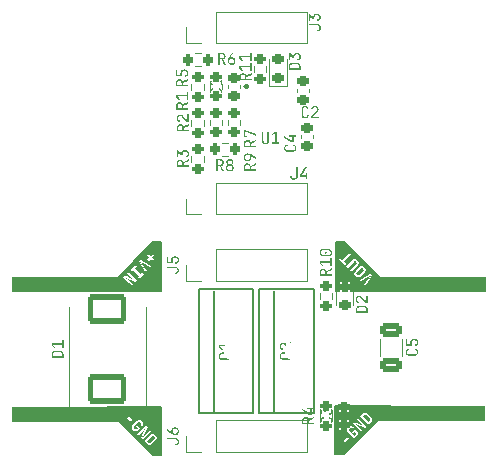
<source format=gbr>
%TF.GenerationSoftware,KiCad,Pcbnew,8.99.0-2194-gb3b7cbcab2*%
%TF.CreationDate,2024-10-21T15:03:13-04:00*%
%TF.ProjectId,shield,73686965-6c64-42e6-9b69-6361645f7063,V1.0*%
%TF.SameCoordinates,Original*%
%TF.FileFunction,Legend,Top*%
%TF.FilePolarity,Positive*%
%FSLAX46Y46*%
G04 Gerber Fmt 4.6, Leading zero omitted, Abs format (unit mm)*
G04 Created by KiCad (PCBNEW 8.99.0-2194-gb3b7cbcab2) date 2024-10-21 15:03:13*
%MOMM*%
%LPD*%
G01*
G04 APERTURE LIST*
G04 Aperture macros list*
%AMRoundRect*
0 Rectangle with rounded corners*
0 $1 Rounding radius*
0 $2 $3 $4 $5 $6 $7 $8 $9 X,Y pos of 4 corners*
0 Add a 4 corners polygon primitive as box body*
4,1,4,$2,$3,$4,$5,$6,$7,$8,$9,$2,$3,0*
0 Add four circle primitives for the rounded corners*
1,1,$1+$1,$2,$3*
1,1,$1+$1,$4,$5*
1,1,$1+$1,$6,$7*
1,1,$1+$1,$8,$9*
0 Add four rect primitives between the rounded corners*
20,1,$1+$1,$2,$3,$4,$5,0*
20,1,$1+$1,$4,$5,$6,$7,0*
20,1,$1+$1,$6,$7,$8,$9,0*
20,1,$1+$1,$8,$9,$2,$3,0*%
G04 Aperture macros list end*
%ADD10C,0.150000*%
%ADD11C,0.100000*%
%ADD12C,0.200000*%
%ADD13C,0.120000*%
%ADD14C,0.152400*%
%ADD15C,0.254000*%
%ADD16RoundRect,0.225000X0.250000X-0.225000X0.250000X0.225000X-0.250000X0.225000X-0.250000X-0.225000X0*%
%ADD17R,1.625600X1.625600*%
%ADD18C,1.625600*%
%ADD19RoundRect,0.250000X-0.650000X0.325000X-0.650000X-0.325000X0.650000X-0.325000X0.650000X0.325000X0*%
%ADD20RoundRect,0.250000X1.400000X1.000000X-1.400000X1.000000X-1.400000X-1.000000X1.400000X-1.000000X0*%
%ADD21RoundRect,0.200000X-0.275000X0.200000X-0.275000X-0.200000X0.275000X-0.200000X0.275000X0.200000X0*%
%ADD22RoundRect,0.200000X0.200000X0.275000X-0.200000X0.275000X-0.200000X-0.275000X0.200000X-0.275000X0*%
%ADD23R,0.900000X0.300000*%
%ADD24R,1.400000X2.600000*%
%ADD25RoundRect,0.225000X-0.250000X0.225000X-0.250000X-0.225000X0.250000X-0.225000X0.250000X0.225000X0*%
%ADD26RoundRect,0.218750X0.256250X-0.218750X0.256250X0.218750X-0.256250X0.218750X-0.256250X-0.218750X0*%
%ADD27R,1.700000X1.700000*%
%ADD28O,1.700000X1.700000*%
%ADD29RoundRect,0.200000X0.275000X-0.200000X0.275000X0.200000X-0.275000X0.200000X-0.275000X-0.200000X0*%
%ADD30RoundRect,0.218750X-0.256250X0.218750X-0.256250X-0.218750X0.256250X-0.218750X0.256250X0.218750X0*%
%ADD31R,2.600000X2.600000*%
%ADD32C,2.600000*%
G04 APERTURE END LIST*
D10*
X139278085Y-120860283D02*
X138278085Y-121860283D01*
X138278085Y-120660283D01*
X139078085Y-120660283D01*
X139278085Y-120860283D01*
G36*
X139278085Y-120860283D02*
G01*
X138278085Y-121860283D01*
X138278085Y-120660283D01*
X139078085Y-120660283D01*
X139278085Y-120860283D01*
G37*
D11*
X159878085Y-109660283D02*
X169078085Y-109660283D01*
X169078085Y-110860283D01*
X159878085Y-110860283D01*
X159878085Y-109660283D01*
G36*
X159878085Y-109660283D02*
G01*
X169078085Y-109660283D01*
X169078085Y-110860283D01*
X159878085Y-110860283D01*
X159878085Y-109660283D01*
G37*
D10*
X139278085Y-110660283D02*
X139078085Y-110860283D01*
X138278085Y-110860283D01*
X138278085Y-109660283D01*
X139278085Y-110660283D01*
G36*
X139278085Y-110660283D02*
G01*
X139078085Y-110860283D01*
X138278085Y-110860283D01*
X138278085Y-109660283D01*
X139278085Y-110660283D01*
G37*
X159828085Y-121810283D02*
X158828085Y-120810283D01*
X159028085Y-120610283D01*
X159828085Y-120610283D01*
X159828085Y-121810283D01*
G36*
X159828085Y-121810283D02*
G01*
X158828085Y-120810283D01*
X159028085Y-120610283D01*
X159828085Y-120610283D01*
X159828085Y-121810283D01*
G37*
D11*
X129078085Y-120660283D02*
X138278085Y-120660283D01*
X138278085Y-121860283D01*
X129078085Y-121860283D01*
X129078085Y-120660283D01*
G36*
X129078085Y-120660283D02*
G01*
X138278085Y-120660283D01*
X138278085Y-121860283D01*
X129078085Y-121860283D01*
X129078085Y-120660283D01*
G37*
D10*
X159878085Y-110860283D02*
X159078085Y-110860283D01*
X158878085Y-110660283D01*
X159878085Y-109660283D01*
X159878085Y-110860283D01*
G36*
X159878085Y-110860283D02*
G01*
X159078085Y-110860283D01*
X158878085Y-110660283D01*
X159878085Y-109660283D01*
X159878085Y-110860283D01*
G37*
X161178085Y-110760283D02*
X161078085Y-110860283D01*
X159878085Y-110860283D01*
X159878085Y-109760283D01*
X157478085Y-107360283D01*
X156578085Y-108260283D01*
X159178085Y-110860283D01*
X156478085Y-110860283D01*
X156478085Y-106760283D01*
X157178085Y-106760283D01*
X161178085Y-110760283D01*
G36*
X161178085Y-110760283D02*
G01*
X161078085Y-110860283D01*
X159878085Y-110860283D01*
X159878085Y-109760283D01*
X157478085Y-107360283D01*
X156578085Y-108260283D01*
X159178085Y-110860283D01*
X156478085Y-110860283D01*
X156478085Y-106760283D01*
X157178085Y-106760283D01*
X161178085Y-110760283D01*
G37*
D11*
X159828085Y-120610283D02*
X169028085Y-120610283D01*
X169028085Y-121810283D01*
X159828085Y-121810283D01*
X159828085Y-120610283D01*
G36*
X159828085Y-120610283D02*
G01*
X169028085Y-120610283D01*
X169028085Y-121810283D01*
X159828085Y-121810283D01*
X159828085Y-120610283D01*
G37*
D10*
X156528085Y-123210283D02*
X157428085Y-124110283D01*
X159828085Y-121710283D01*
X159828085Y-120610283D01*
X161028085Y-120610283D01*
X161128085Y-120710283D01*
X157128085Y-124710283D01*
X156428085Y-124710283D01*
X156428085Y-120610283D01*
X159128085Y-120610283D01*
X156528085Y-123210283D01*
G36*
X156528085Y-123210283D02*
G01*
X157428085Y-124110283D01*
X159828085Y-121710283D01*
X159828085Y-120610283D01*
X161028085Y-120610283D01*
X161128085Y-120710283D01*
X157128085Y-124710283D01*
X156428085Y-124710283D01*
X156428085Y-120610283D01*
X159128085Y-120610283D01*
X156528085Y-123210283D01*
G37*
X141678085Y-110860283D02*
X138978085Y-110860283D01*
X141578085Y-108260283D01*
X140678085Y-107360283D01*
X138278085Y-109760283D01*
X138278085Y-110860283D01*
X137078085Y-110860283D01*
X136978085Y-110760283D01*
X140978085Y-106760283D01*
X141678085Y-106760283D01*
X141678085Y-110860283D01*
G36*
X141678085Y-110860283D02*
G01*
X138978085Y-110860283D01*
X141578085Y-108260283D01*
X140678085Y-107360283D01*
X138278085Y-109760283D01*
X138278085Y-110860283D01*
X137078085Y-110860283D01*
X136978085Y-110760283D01*
X140978085Y-106760283D01*
X141678085Y-106760283D01*
X141678085Y-110860283D01*
G37*
X138278085Y-121760283D02*
X140678085Y-124160283D01*
X141578085Y-123260283D01*
X138978085Y-120660283D01*
X141678085Y-120660283D01*
X141678085Y-124760283D01*
X140978085Y-124760283D01*
X136978085Y-120760283D01*
X137078085Y-120660283D01*
X138278085Y-120660283D01*
X138278085Y-121760283D01*
G36*
X138278085Y-121760283D02*
G01*
X140678085Y-124160283D01*
X141578085Y-123260283D01*
X138978085Y-120660283D01*
X141678085Y-120660283D01*
X141678085Y-124760283D01*
X140978085Y-124760283D01*
X136978085Y-120760283D01*
X137078085Y-120660283D01*
X138278085Y-120660283D01*
X138278085Y-121760283D01*
G37*
D11*
X129078085Y-109660283D02*
X138278085Y-109660283D01*
X138278085Y-110860283D01*
X129078085Y-110860283D01*
X129078085Y-109660283D01*
G36*
X129078085Y-109660283D02*
G01*
X138278085Y-109660283D01*
X138278085Y-110860283D01*
X129078085Y-110860283D01*
X129078085Y-109660283D01*
G37*
D12*
G36*
X158698881Y-108944231D02*
G01*
X158733017Y-108959743D01*
X158768834Y-108988764D01*
X158797583Y-109024275D01*
X158813075Y-109058367D01*
X158817537Y-109092215D01*
X158811774Y-109126010D01*
X158795306Y-109160300D01*
X158765941Y-109196141D01*
X158450839Y-109511242D01*
X158414607Y-109541023D01*
X158380345Y-109557626D01*
X158346957Y-109563399D01*
X158313517Y-109558919D01*
X158279438Y-109543283D01*
X158243506Y-109514092D01*
X158214041Y-109477853D01*
X158198387Y-109443731D01*
X158194026Y-109410469D01*
X158199885Y-109377194D01*
X158216541Y-109342986D01*
X158246355Y-109306759D01*
X158561457Y-108991657D01*
X158597294Y-108962260D01*
X158631528Y-108945737D01*
X158665210Y-108939888D01*
X158698881Y-108944231D01*
G37*
G36*
X159889882Y-109735587D02*
G01*
X158990286Y-110635184D01*
X158299274Y-109944173D01*
X158476270Y-109944173D01*
X158601957Y-110069859D01*
X159178146Y-109705752D01*
X159269292Y-109645780D01*
X159344850Y-109592932D01*
X159292693Y-109668750D01*
X159233930Y-109759550D01*
X158872630Y-110340532D01*
X159000216Y-110468119D01*
X159540785Y-109563399D01*
X159380255Y-109402869D01*
X158476270Y-109944173D01*
X158299274Y-109944173D01*
X157753696Y-109398595D01*
X158028962Y-109398595D01*
X158030405Y-109410469D01*
X158035926Y-109455919D01*
X158055070Y-109511729D01*
X158087416Y-109567062D01*
X158134917Y-109622681D01*
X158190510Y-109670158D01*
X158245835Y-109702501D01*
X158301654Y-109721654D01*
X158359003Y-109728636D01*
X158416266Y-109723321D01*
X158472223Y-109705235D01*
X158528032Y-109673254D01*
X158584556Y-109625185D01*
X158879883Y-109329858D01*
X158927653Y-109273659D01*
X158959531Y-109217992D01*
X158977647Y-109162009D01*
X158983075Y-109104563D01*
X158976197Y-109047078D01*
X158957117Y-108991175D01*
X158924825Y-108935810D01*
X158877379Y-108880219D01*
X158821762Y-108832749D01*
X158766390Y-108800454D01*
X158710495Y-108781383D01*
X158653034Y-108774523D01*
X158595566Y-108779933D01*
X158539568Y-108798037D01*
X158483895Y-108829907D01*
X158427696Y-108877671D01*
X158131981Y-109173387D01*
X158084123Y-109229693D01*
X158052266Y-109285374D01*
X158034245Y-109341290D01*
X158028962Y-109398595D01*
X157753696Y-109398595D01*
X157149139Y-108794038D01*
X157326136Y-108794038D01*
X157450009Y-108917912D01*
X157965968Y-108401953D01*
X158002436Y-108371953D01*
X158037462Y-108354775D01*
X158072052Y-108348285D01*
X158106694Y-108352101D01*
X158140877Y-108366992D01*
X158175805Y-108394959D01*
X158204370Y-108430554D01*
X158219341Y-108464873D01*
X158222954Y-108499187D01*
X158216228Y-108533467D01*
X158198900Y-108568340D01*
X158168811Y-108604796D01*
X157652852Y-109120755D01*
X157776682Y-109244585D01*
X158293245Y-108728022D01*
X158338648Y-108674470D01*
X158369089Y-108620943D01*
X158386480Y-108566638D01*
X158391731Y-108510456D01*
X158384916Y-108454610D01*
X158365689Y-108399387D01*
X158332783Y-108343719D01*
X158283962Y-108286802D01*
X158226794Y-108237759D01*
X158171001Y-108204787D01*
X158115765Y-108185602D01*
X158060006Y-108178904D01*
X158003863Y-108184257D01*
X157949608Y-108201701D01*
X157896153Y-108232142D01*
X157842699Y-108277475D01*
X157326136Y-108794038D01*
X157149139Y-108794038D01*
X156539704Y-108184603D01*
X156549635Y-108174672D01*
X156706770Y-108174672D01*
X157209214Y-108677117D01*
X157321041Y-108565290D01*
X157131756Y-108376004D01*
X157742573Y-107765187D01*
X157618743Y-107641357D01*
X157007925Y-108252174D01*
X156818597Y-108062845D01*
X156706770Y-108174672D01*
X156549635Y-108174672D01*
X157439301Y-107285006D01*
X159889882Y-109735587D01*
G37*
G36*
X158965106Y-121333295D02*
G01*
X159003122Y-121349912D01*
X159040368Y-121379587D01*
X159311041Y-121650260D01*
X159341009Y-121687806D01*
X159357863Y-121726071D01*
X159363198Y-121766232D01*
X159357287Y-121806344D01*
X159339931Y-121844797D01*
X159309486Y-121882722D01*
X159218470Y-121973738D01*
X158717883Y-121473150D01*
X158808899Y-121382134D01*
X158846816Y-121351643D01*
X158885189Y-121334207D01*
X158925130Y-121328164D01*
X158965106Y-121333295D01*
G37*
G36*
X159828440Y-121762778D02*
G01*
X157499616Y-124091602D01*
X156948927Y-123540913D01*
X157106063Y-123540913D01*
X157220005Y-123654856D01*
X157536791Y-123338070D01*
X157422848Y-123224128D01*
X157106063Y-123540913D01*
X156948927Y-123540913D01*
X156600019Y-123192005D01*
X157104987Y-122687037D01*
X157403762Y-122687037D01*
X157411536Y-122737874D01*
X157428889Y-122786279D01*
X157456779Y-122833452D01*
X157496551Y-122879968D01*
X157811652Y-123195070D01*
X157857508Y-123234232D01*
X157904543Y-123262030D01*
X157953314Y-123279652D01*
X158004479Y-123287694D01*
X158055758Y-123285777D01*
X158108059Y-123273694D01*
X158157663Y-123252491D01*
X158206723Y-123221159D01*
X158255679Y-123178404D01*
X158298389Y-123129427D01*
X158329458Y-123080474D01*
X158350235Y-123031086D01*
X158361915Y-122978988D01*
X158363563Y-122927918D01*
X158355373Y-122876989D01*
X158337750Y-122828409D01*
X158309994Y-122781530D01*
X158270920Y-122735802D01*
X158083232Y-122548114D01*
X157836047Y-122795299D01*
X157943297Y-122902549D01*
X158066652Y-122779194D01*
X158147090Y-122859632D01*
X158176154Y-122895477D01*
X158192220Y-122930311D01*
X158197347Y-122965242D01*
X158192163Y-123000147D01*
X158176102Y-123034913D01*
X158147133Y-123070635D01*
X158111383Y-123099647D01*
X158076479Y-123115853D01*
X158041351Y-123121238D01*
X158006250Y-123116240D01*
X157971334Y-123100256D01*
X157935482Y-123071240D01*
X157619992Y-122755749D01*
X157590748Y-122719623D01*
X157574888Y-122684798D01*
X157570210Y-122650097D01*
X157575898Y-122615366D01*
X157592294Y-122580655D01*
X157621417Y-122544919D01*
X157657126Y-122515855D01*
X157691728Y-122499631D01*
X157726292Y-122494187D01*
X157760873Y-122499058D01*
X157795716Y-122515092D01*
X157831988Y-122544530D01*
X157955818Y-122420700D01*
X157909399Y-122380988D01*
X157862369Y-122353129D01*
X157814157Y-122335772D01*
X157763556Y-122327854D01*
X157712656Y-122329663D01*
X157660578Y-122341428D01*
X157611162Y-122362184D01*
X157562196Y-122393238D01*
X157513217Y-122435942D01*
X157470469Y-122484900D01*
X157439150Y-122533974D01*
X157417969Y-122583605D01*
X157405825Y-122635911D01*
X157403762Y-122687037D01*
X157104987Y-122687037D01*
X157710043Y-122081981D01*
X157887038Y-122081981D01*
X158609682Y-122804625D01*
X158721898Y-122692410D01*
X158368153Y-122338665D01*
X158287888Y-122262545D01*
X158200068Y-122184050D01*
X158126106Y-122120279D01*
X158909586Y-122504722D01*
X159060229Y-122354079D01*
X158337585Y-121631435D01*
X158225369Y-121743650D01*
X158567499Y-122085781D01*
X158648800Y-122162937D01*
X158742018Y-122245361D01*
X158822715Y-122314227D01*
X158037681Y-121931338D01*
X157887038Y-122081981D01*
X157710043Y-122081981D01*
X158306007Y-121486017D01*
X158483003Y-121486017D01*
X159205647Y-122208661D01*
X159420536Y-121993772D01*
X159465346Y-121942281D01*
X159497845Y-121890707D01*
X159519453Y-121838552D01*
X159531433Y-121783555D01*
X159532918Y-121729503D01*
X159524073Y-121675475D01*
X159505307Y-121623969D01*
X159475985Y-121574466D01*
X159434914Y-121526387D01*
X159164241Y-121255713D01*
X159115770Y-121214289D01*
X159066256Y-121184990D01*
X159015109Y-121166511D01*
X158961420Y-121157970D01*
X158907642Y-121159720D01*
X158852852Y-121171951D01*
X158800858Y-121193690D01*
X158749368Y-121226276D01*
X158697892Y-121271127D01*
X158495870Y-121473150D01*
X158483003Y-121486017D01*
X158306007Y-121486017D01*
X158928844Y-120863181D01*
X159828440Y-121762778D01*
G37*
G36*
X141079334Y-123197841D02*
G01*
X141109825Y-123235758D01*
X141127261Y-123274131D01*
X141133304Y-123314072D01*
X141128173Y-123354048D01*
X141111556Y-123392064D01*
X141081881Y-123429310D01*
X140811208Y-123699983D01*
X140773662Y-123729951D01*
X140735397Y-123746805D01*
X140695236Y-123752140D01*
X140655124Y-123746229D01*
X140616671Y-123728873D01*
X140578746Y-123698428D01*
X140487730Y-123607412D01*
X140988318Y-123106825D01*
X141079334Y-123197841D01*
G37*
G36*
X141598287Y-123317785D02*
G01*
X140698690Y-124217382D01*
X140075898Y-123594589D01*
X140252807Y-123594589D01*
X140265630Y-123607412D01*
X140467696Y-123809478D01*
X140519187Y-123854288D01*
X140570761Y-123886787D01*
X140622916Y-123908395D01*
X140677913Y-123920375D01*
X140731965Y-123921860D01*
X140785993Y-123913015D01*
X140837499Y-123894249D01*
X140887002Y-123864927D01*
X140935081Y-123823856D01*
X141205755Y-123553183D01*
X141247179Y-123504712D01*
X141276478Y-123455198D01*
X141294957Y-123404051D01*
X141303498Y-123350362D01*
X141301748Y-123296584D01*
X141289517Y-123241794D01*
X141267778Y-123189800D01*
X141235192Y-123138310D01*
X141190341Y-123086834D01*
X140975451Y-122871945D01*
X140252807Y-123594589D01*
X140075898Y-123594589D01*
X139479933Y-122998624D01*
X139656843Y-122998624D01*
X139769058Y-123110840D01*
X140122803Y-122757095D01*
X140198923Y-122676830D01*
X140277418Y-122589010D01*
X140341189Y-122515048D01*
X139956746Y-123298528D01*
X140107389Y-123449171D01*
X140830033Y-122726527D01*
X140717818Y-122614311D01*
X140375687Y-122956441D01*
X140298531Y-123037742D01*
X140216107Y-123130960D01*
X140147241Y-123211657D01*
X140530130Y-122426623D01*
X140379487Y-122275980D01*
X139656843Y-122998624D01*
X139479933Y-122998624D01*
X138874730Y-122393421D01*
X139173774Y-122393421D01*
X139175691Y-122444700D01*
X139187774Y-122497001D01*
X139208977Y-122546605D01*
X139240309Y-122595665D01*
X139283064Y-122644621D01*
X139332041Y-122687331D01*
X139380994Y-122718400D01*
X139430382Y-122739177D01*
X139482480Y-122750857D01*
X139533550Y-122752505D01*
X139584479Y-122744315D01*
X139633059Y-122726692D01*
X139679938Y-122698936D01*
X139725666Y-122659862D01*
X139913354Y-122472174D01*
X139666169Y-122224989D01*
X139558919Y-122332239D01*
X139682274Y-122455594D01*
X139601836Y-122536032D01*
X139565991Y-122565096D01*
X139531157Y-122581162D01*
X139496226Y-122586289D01*
X139461321Y-122581105D01*
X139426555Y-122565044D01*
X139390833Y-122536075D01*
X139361821Y-122500325D01*
X139345615Y-122465421D01*
X139340230Y-122430293D01*
X139345228Y-122395192D01*
X139361212Y-122360276D01*
X139390228Y-122324424D01*
X139705719Y-122008934D01*
X139741845Y-121979690D01*
X139776670Y-121963830D01*
X139811371Y-121959152D01*
X139846102Y-121964840D01*
X139880813Y-121981236D01*
X139916549Y-122010359D01*
X139945613Y-122046068D01*
X139961837Y-122080670D01*
X139967281Y-122115234D01*
X139962410Y-122149815D01*
X139946376Y-122184658D01*
X139916938Y-122220930D01*
X140040768Y-122344760D01*
X140080480Y-122298341D01*
X140108339Y-122251311D01*
X140125696Y-122203099D01*
X140133614Y-122152498D01*
X140131805Y-122101598D01*
X140120040Y-122049520D01*
X140099284Y-122000104D01*
X140068230Y-121951138D01*
X140025526Y-121902159D01*
X139976568Y-121859411D01*
X139927494Y-121828092D01*
X139877863Y-121806911D01*
X139825557Y-121794767D01*
X139774431Y-121792704D01*
X139723594Y-121800478D01*
X139675189Y-121817831D01*
X139628016Y-121845721D01*
X139581500Y-121885493D01*
X139266398Y-122200594D01*
X139227236Y-122246450D01*
X139199438Y-122293485D01*
X139181816Y-122342256D01*
X139173774Y-122393421D01*
X138874730Y-122393421D01*
X138369867Y-121888558D01*
X138649478Y-121608947D01*
X138806612Y-121608947D01*
X139123398Y-121925733D01*
X139237340Y-121811790D01*
X138920555Y-121495005D01*
X138806612Y-121608947D01*
X138649478Y-121608947D01*
X139269464Y-120988961D01*
X141598287Y-123317785D01*
G37*
G36*
X141576269Y-108188581D02*
G01*
X139175168Y-110589683D01*
X138295388Y-109709903D01*
X138452523Y-109709903D01*
X139175167Y-110432547D01*
X139287383Y-110320332D01*
X138945253Y-109978201D01*
X138863952Y-109901045D01*
X138770734Y-109818621D01*
X138690037Y-109749755D01*
X139475071Y-110132644D01*
X139625714Y-109982001D01*
X138903069Y-109259357D01*
X138790854Y-109371572D01*
X139144598Y-109725317D01*
X139224863Y-109801437D01*
X139312684Y-109879932D01*
X139386646Y-109943703D01*
X138603166Y-109559260D01*
X138452523Y-109709903D01*
X138295388Y-109709903D01*
X138906551Y-109098740D01*
X139063686Y-109098740D01*
X139175556Y-109210611D01*
X139320758Y-109065408D01*
X139819705Y-109564355D01*
X139674503Y-109709558D01*
X139786330Y-109821385D01*
X140201385Y-109406329D01*
X140089558Y-109294502D01*
X139944356Y-109439705D01*
X139445409Y-108940758D01*
X139590611Y-108795555D01*
X139478741Y-108683685D01*
X139063686Y-109098740D01*
X138906551Y-109098740D01*
X139626863Y-108378428D01*
X139783998Y-108378428D01*
X140325302Y-109282413D01*
X140450988Y-109156726D01*
X140086881Y-108580537D01*
X140026909Y-108489391D01*
X139974061Y-108413833D01*
X140049879Y-108465990D01*
X140140679Y-108524753D01*
X140721661Y-108886053D01*
X140849248Y-108758467D01*
X139944528Y-108217898D01*
X139783998Y-108378428D01*
X139626863Y-108378428D01*
X140148262Y-107857029D01*
X140487688Y-107857029D01*
X140666266Y-108035607D01*
X140489372Y-108212501D01*
X140603315Y-108326443D01*
X140780209Y-108149550D01*
X140958743Y-108328084D01*
X141081753Y-108205074D01*
X140903218Y-108026540D01*
X141080155Y-107849603D01*
X140966213Y-107735660D01*
X140789276Y-107912597D01*
X140610698Y-107734019D01*
X140487688Y-107857029D01*
X140148262Y-107857029D01*
X140696489Y-107308802D01*
X141576269Y-108188581D01*
G37*
D10*
G36*
X156187067Y-121858290D02*
G01*
X156182911Y-121919065D01*
X156171052Y-121972092D01*
X156152080Y-122018574D01*
X156125144Y-122060560D01*
X156091524Y-122095346D01*
X156050597Y-122123599D01*
X156004903Y-122143768D01*
X155952808Y-122156328D01*
X155893060Y-122160723D01*
X155431075Y-122160723D01*
X155370421Y-122156293D01*
X155318168Y-122143701D01*
X155272927Y-122123599D01*
X155232423Y-122095388D01*
X155199014Y-122060607D01*
X155172116Y-122018574D01*
X155153110Y-121972088D01*
X155141231Y-121919061D01*
X155137067Y-121858290D01*
X155141318Y-121797555D01*
X155153428Y-121744793D01*
X155172788Y-121698738D01*
X155200100Y-121657155D01*
X155233756Y-121622838D01*
X155274332Y-121595118D01*
X155319513Y-121575383D01*
X155371331Y-121563053D01*
X155431075Y-121558726D01*
X155431075Y-121684694D01*
X155374971Y-121690322D01*
X155331358Y-121705807D01*
X155297413Y-121730184D01*
X155272056Y-121763304D01*
X155256175Y-121805151D01*
X155250457Y-121858290D01*
X155256143Y-121911459D01*
X155272003Y-121953824D01*
X155297413Y-121987800D01*
X155331469Y-122012989D01*
X155375086Y-122028919D01*
X155431075Y-122034694D01*
X155893060Y-122034694D01*
X155949090Y-122028917D01*
X155992725Y-122012987D01*
X156026783Y-121987800D01*
X156052157Y-121953829D01*
X156067999Y-121911464D01*
X156073678Y-121858290D01*
X156067966Y-121805146D01*
X156052104Y-121763299D01*
X156026783Y-121730184D01*
X155992837Y-121705810D01*
X155949205Y-121690323D01*
X155893060Y-121684694D01*
X155893060Y-121558726D01*
X155951899Y-121563018D01*
X156003557Y-121575317D01*
X156049192Y-121595118D01*
X156090191Y-121622879D01*
X156124059Y-121657202D01*
X156151408Y-121698738D01*
X156170733Y-121744790D01*
X156182824Y-121797552D01*
X156187067Y-121858290D01*
G37*
G36*
X156187067Y-121045694D02*
G01*
X156181614Y-121115914D01*
X156166192Y-121175492D01*
X156141640Y-121226288D01*
X156107994Y-121269726D01*
X156065958Y-121305127D01*
X156017097Y-121330705D01*
X155960072Y-121346659D01*
X155893060Y-121352280D01*
X155893060Y-121226311D01*
X155947069Y-121220436D01*
X155990646Y-121203944D01*
X156026111Y-121177341D01*
X156052714Y-121141876D01*
X156069206Y-121098299D01*
X156075082Y-121044289D01*
X156069205Y-120990282D01*
X156052712Y-120946727D01*
X156026111Y-120911299D01*
X155990642Y-120884661D01*
X155947065Y-120868149D01*
X155893060Y-120862267D01*
X155823085Y-120862267D01*
X155769081Y-120868151D01*
X155725526Y-120884663D01*
X155690094Y-120911299D01*
X155663458Y-120946731D01*
X155646946Y-120990286D01*
X155641063Y-121044289D01*
X155641063Y-121154870D01*
X155531886Y-121154870D01*
X155265906Y-120904277D01*
X155265906Y-121324253D01*
X155151111Y-121324253D01*
X155151111Y-120761456D01*
X155268714Y-120761456D01*
X155566874Y-121041481D01*
X155529077Y-121041481D01*
X155534545Y-120971248D01*
X155549992Y-120911811D01*
X155574562Y-120861271D01*
X155608212Y-120818182D01*
X155650176Y-120783099D01*
X155699000Y-120757723D01*
X155756028Y-120741883D01*
X155823085Y-120736299D01*
X155893060Y-120736299D01*
X155960026Y-120741962D01*
X156017033Y-120758040D01*
X156065912Y-120783839D01*
X156107994Y-120819586D01*
X156141604Y-120863334D01*
X156166163Y-120914564D01*
X156181604Y-120974723D01*
X156187067Y-121045694D01*
G37*
G36*
X147822782Y-116218677D02*
G01*
X147583762Y-116363219D01*
X147584035Y-116369192D01*
X147584767Y-116389525D01*
X147580383Y-116451143D01*
X147567842Y-116505101D01*
X147547704Y-116552618D01*
X147519380Y-116595511D01*
X147484566Y-116630987D01*
X147442679Y-116659719D01*
X147396049Y-116680314D01*
X147343477Y-116693071D01*
X147283799Y-116697515D01*
X146835797Y-116697515D01*
X146775175Y-116693037D01*
X146722401Y-116680247D01*
X146676184Y-116659719D01*
X146634724Y-116631026D01*
X146600143Y-116595556D01*
X146571892Y-116552618D01*
X146551719Y-116505097D01*
X146539158Y-116451139D01*
X146534767Y-116389525D01*
X146646814Y-116389525D01*
X146652854Y-116442405D01*
X146669970Y-116485778D01*
X146697922Y-116521782D01*
X146734734Y-116548760D01*
X146779905Y-116565515D01*
X146835797Y-116571486D01*
X147283799Y-116571486D01*
X147338722Y-116565567D01*
X147383734Y-116548857D01*
X147421003Y-116521782D01*
X147449351Y-116485727D01*
X147466675Y-116442355D01*
X147472782Y-116389525D01*
X147466673Y-116336654D01*
X147449348Y-116293263D01*
X147421003Y-116257206D01*
X147383734Y-116230132D01*
X147338722Y-116213422D01*
X147283799Y-116207503D01*
X146835797Y-116207503D01*
X146779905Y-116213474D01*
X146734734Y-116230228D01*
X146697922Y-116257206D01*
X146669973Y-116293213D01*
X146652856Y-116336604D01*
X146646814Y-116389525D01*
X146534767Y-116389525D01*
X146539194Y-116326921D01*
X146551788Y-116272765D01*
X146571892Y-116225699D01*
X146600098Y-116183225D01*
X146634674Y-116147984D01*
X146676184Y-116119331D01*
X146722405Y-116098768D01*
X146775179Y-116085959D01*
X146835797Y-116081474D01*
X147283799Y-116081474D01*
X147345232Y-116086233D01*
X147399433Y-116099918D01*
X147447625Y-116122079D01*
X147490428Y-116152917D01*
X147525201Y-116190910D01*
X147552588Y-116236873D01*
X147822782Y-116073108D01*
X147822782Y-116218677D01*
G37*
G36*
X147570785Y-115844253D02*
G01*
X147455990Y-115844253D01*
X147455990Y-115567098D01*
X146657988Y-115567098D01*
X146865167Y-115844253D01*
X146721003Y-115844253D01*
X146548811Y-115613260D01*
X146548811Y-115441069D01*
X147455990Y-115441069D01*
X147455990Y-115214289D01*
X147570785Y-115214289D01*
X147570785Y-115844253D01*
G37*
G36*
X163427067Y-116048290D02*
G01*
X163422911Y-116109065D01*
X163411052Y-116162092D01*
X163392080Y-116208574D01*
X163365144Y-116250560D01*
X163331524Y-116285346D01*
X163290597Y-116313599D01*
X163244903Y-116333768D01*
X163192808Y-116346328D01*
X163133060Y-116350723D01*
X162671075Y-116350723D01*
X162610421Y-116346293D01*
X162558168Y-116333701D01*
X162512927Y-116313599D01*
X162472423Y-116285388D01*
X162439014Y-116250607D01*
X162412116Y-116208574D01*
X162393110Y-116162088D01*
X162381231Y-116109061D01*
X162377067Y-116048290D01*
X162381318Y-115987555D01*
X162393428Y-115934793D01*
X162412788Y-115888738D01*
X162440100Y-115847155D01*
X162473756Y-115812838D01*
X162514332Y-115785118D01*
X162559513Y-115765383D01*
X162611331Y-115753053D01*
X162671075Y-115748726D01*
X162671075Y-115874694D01*
X162614971Y-115880322D01*
X162571358Y-115895807D01*
X162537413Y-115920184D01*
X162512056Y-115953304D01*
X162496175Y-115995151D01*
X162490457Y-116048290D01*
X162496143Y-116101459D01*
X162512003Y-116143824D01*
X162537413Y-116177800D01*
X162571469Y-116202989D01*
X162615086Y-116218919D01*
X162671075Y-116224694D01*
X163133060Y-116224694D01*
X163189090Y-116218917D01*
X163232725Y-116202987D01*
X163266783Y-116177800D01*
X163292157Y-116143829D01*
X163307999Y-116101464D01*
X163313678Y-116048290D01*
X163307966Y-115995146D01*
X163292104Y-115953299D01*
X163266783Y-115920184D01*
X163232837Y-115895810D01*
X163189205Y-115880323D01*
X163133060Y-115874694D01*
X163133060Y-115748726D01*
X163191899Y-115753018D01*
X163243557Y-115765317D01*
X163289192Y-115785118D01*
X163330191Y-115812879D01*
X163364059Y-115847202D01*
X163391408Y-115888738D01*
X163410733Y-115934790D01*
X163422824Y-115987552D01*
X163427067Y-116048290D01*
G37*
G36*
X163427067Y-115228672D02*
G01*
X163421614Y-115298892D01*
X163406192Y-115358470D01*
X163381640Y-115409266D01*
X163347994Y-115452704D01*
X163305958Y-115488105D01*
X163257097Y-115513683D01*
X163200072Y-115529637D01*
X163133060Y-115535258D01*
X163133060Y-115409289D01*
X163187069Y-115403414D01*
X163230646Y-115386922D01*
X163266111Y-115360319D01*
X163292714Y-115324854D01*
X163309206Y-115281277D01*
X163315082Y-115227267D01*
X163309206Y-115173301D01*
X163292715Y-115129765D01*
X163266111Y-115094338D01*
X163230642Y-115067700D01*
X163187065Y-115051189D01*
X163133060Y-115045307D01*
X163070106Y-115045307D01*
X163015996Y-115051046D01*
X162972442Y-115067117D01*
X162937116Y-115092934D01*
X162910401Y-115127448D01*
X162893932Y-115169632D01*
X162888085Y-115221711D01*
X162888085Y-115500270D01*
X162391111Y-115500270D01*
X162391111Y-114955669D01*
X162505906Y-114955669D01*
X162505906Y-115382667D01*
X162773290Y-115379858D01*
X162773290Y-115214689D01*
X162778751Y-115144250D01*
X162794053Y-115085719D01*
X162818190Y-115036940D01*
X162851021Y-114996275D01*
X162891959Y-114963761D01*
X162940956Y-114939845D01*
X162999634Y-114924684D01*
X163070106Y-114919277D01*
X163133060Y-114919277D01*
X163200022Y-114924943D01*
X163257028Y-114941032D01*
X163305908Y-114966849D01*
X163347994Y-115002625D01*
X163381607Y-115046373D01*
X163406165Y-115097595D01*
X163421605Y-115157734D01*
X163427067Y-115228672D01*
G37*
G36*
X133166558Y-115937408D02*
G01*
X133220502Y-115950886D01*
X133268187Y-115972643D01*
X133310886Y-116002803D01*
X133346400Y-116039894D01*
X133375288Y-116084628D01*
X133395754Y-116134005D01*
X133408578Y-116190701D01*
X133413085Y-116256086D01*
X133413085Y-116520723D01*
X132391111Y-116520723D01*
X132391111Y-116256086D01*
X132503097Y-116256086D01*
X132503097Y-116394694D01*
X133301099Y-116394694D01*
X133301099Y-116256086D01*
X133294818Y-116196571D01*
X133277313Y-116149171D01*
X133249320Y-116111189D01*
X133211692Y-116082795D01*
X133164538Y-116065049D01*
X133105094Y-116058677D01*
X132697697Y-116058677D01*
X132639162Y-116065019D01*
X132592438Y-116082736D01*
X132554876Y-116111189D01*
X132526883Y-116149171D01*
X132509378Y-116196571D01*
X132503097Y-116256086D01*
X132391111Y-116256086D01*
X132395617Y-116190701D01*
X132408442Y-116134005D01*
X132428908Y-116084628D01*
X132457758Y-116039847D01*
X132493060Y-116002761D01*
X132535337Y-115972643D01*
X132582555Y-115950909D01*
X132636239Y-115937421D01*
X132697697Y-115932709D01*
X133105094Y-115932709D01*
X133166558Y-115937408D01*
G37*
G36*
X133413085Y-115684253D02*
G01*
X133298290Y-115684253D01*
X133298290Y-115407098D01*
X132500288Y-115407098D01*
X132707467Y-115684253D01*
X132563303Y-115684253D01*
X132391111Y-115453260D01*
X132391111Y-115281069D01*
X133298290Y-115281069D01*
X133298290Y-115054289D01*
X133413085Y-115054289D01*
X133413085Y-115684253D01*
G37*
G36*
X149703085Y-98195094D02*
G01*
X149269065Y-98395312D01*
X149269065Y-98564694D01*
X149703085Y-98564694D01*
X149703085Y-98689319D01*
X148681111Y-98689319D01*
X148681111Y-98374307D01*
X148794501Y-98374307D01*
X148794501Y-98564694D01*
X149155675Y-98564694D01*
X149155675Y-98374307D01*
X149149831Y-98324163D01*
X149133219Y-98282841D01*
X149105972Y-98248339D01*
X149070255Y-98222367D01*
X149027293Y-98206368D01*
X148975058Y-98200711D01*
X148921936Y-98206417D01*
X148878828Y-98222456D01*
X148843533Y-98248339D01*
X148816682Y-98282791D01*
X148800279Y-98324113D01*
X148794501Y-98374307D01*
X148681111Y-98374307D01*
X148685470Y-98314590D01*
X148697999Y-98261777D01*
X148718236Y-98214755D01*
X148746367Y-98172144D01*
X148780501Y-98136896D01*
X148821124Y-98108326D01*
X148866356Y-98087709D01*
X148917285Y-98074964D01*
X148975058Y-98070530D01*
X149042418Y-98076736D01*
X149101126Y-98094587D01*
X149152866Y-98123714D01*
X149197371Y-98163084D01*
X149231694Y-98209861D01*
X149256486Y-98265130D01*
X149703085Y-98056486D01*
X149703085Y-98195094D01*
G37*
G36*
X149703085Y-97714302D02*
G01*
X148795906Y-97350258D01*
X148795906Y-97739459D01*
X148961075Y-97739459D01*
X148961075Y-97865488D01*
X148681111Y-97865488D01*
X148681111Y-97215863D01*
X148798714Y-97215863D01*
X149703085Y-97577098D01*
X149703085Y-97714302D01*
G37*
G36*
X146873777Y-90687668D02*
G01*
X146926590Y-90700197D01*
X146973612Y-90720434D01*
X147016223Y-90748565D01*
X147051471Y-90782699D01*
X147080041Y-90823322D01*
X147100658Y-90868554D01*
X147113403Y-90919483D01*
X147117837Y-90977256D01*
X147111631Y-91044616D01*
X147093780Y-91103324D01*
X147064653Y-91155064D01*
X147025283Y-91199569D01*
X146978506Y-91233892D01*
X146923237Y-91258684D01*
X147131881Y-91705283D01*
X146993273Y-91705283D01*
X146793055Y-91271263D01*
X146623673Y-91271263D01*
X146623673Y-91705283D01*
X146499048Y-91705283D01*
X146499048Y-91157873D01*
X146623673Y-91157873D01*
X146814060Y-91157873D01*
X146864204Y-91152029D01*
X146905526Y-91135417D01*
X146940028Y-91108170D01*
X146966000Y-91072453D01*
X146981999Y-91029491D01*
X146987656Y-90977256D01*
X146981950Y-90924134D01*
X146965911Y-90881026D01*
X146940028Y-90845731D01*
X146905576Y-90818880D01*
X146864254Y-90802477D01*
X146814060Y-90796699D01*
X146623673Y-90796699D01*
X146623673Y-91157873D01*
X146499048Y-91157873D01*
X146499048Y-90683309D01*
X146814060Y-90683309D01*
X146873777Y-90687668D01*
G37*
G36*
X147516075Y-91121481D02*
G01*
X147520288Y-91124290D01*
X147542163Y-91103871D01*
X147574877Y-91087898D01*
X147612437Y-91078512D01*
X147654683Y-91075258D01*
X147714247Y-91079934D01*
X147766807Y-91093387D01*
X147813563Y-91115192D01*
X147855567Y-91145132D01*
X147890853Y-91181561D01*
X147919931Y-91225101D01*
X147940961Y-91273117D01*
X147953949Y-91326863D01*
X147958460Y-91387461D01*
X147953563Y-91451691D01*
X147939424Y-91508943D01*
X147916450Y-91560385D01*
X147884804Y-91606887D01*
X147846503Y-91645641D01*
X147800984Y-91677317D01*
X147750442Y-91700211D01*
X147693686Y-91714351D01*
X147629465Y-91719265D01*
X147565198Y-91714448D01*
X147507941Y-91700548D01*
X147456541Y-91677988D01*
X147410102Y-91646740D01*
X147371368Y-91608671D01*
X147339671Y-91563194D01*
X147316695Y-91512666D01*
X147302559Y-91456354D01*
X147297661Y-91393079D01*
X147297918Y-91390270D01*
X147423690Y-91390270D01*
X147430407Y-91451902D01*
X147449580Y-91503721D01*
X147480682Y-91547425D01*
X147521632Y-91579986D01*
X147570592Y-91600260D01*
X147628060Y-91607280D01*
X147686642Y-91600199D01*
X147735161Y-91579986D01*
X147775610Y-91547472D01*
X147806602Y-91503721D01*
X147825775Y-91451902D01*
X147832492Y-91390270D01*
X147825775Y-91328701D01*
X147806602Y-91276942D01*
X147775606Y-91233141D01*
X147735161Y-91200616D01*
X147686638Y-91180357D01*
X147628060Y-91173261D01*
X147570595Y-91180295D01*
X147521632Y-91200616D01*
X147480687Y-91233187D01*
X147449580Y-91276942D01*
X147430407Y-91328701D01*
X147423690Y-91390270D01*
X147297918Y-91390270D01*
X147303794Y-91325970D01*
X147322879Y-91255204D01*
X147351917Y-91184497D01*
X147391511Y-91107498D01*
X147628060Y-90683309D01*
X147768073Y-90683309D01*
X147516075Y-91121481D01*
G37*
G36*
X150498842Y-98429265D02*
G01*
X150427725Y-98423684D01*
X150369066Y-98408086D01*
X150320566Y-98383543D01*
X150280489Y-98350192D01*
X150248344Y-98308597D01*
X150224870Y-98259896D01*
X150210116Y-98202715D01*
X150204896Y-98135258D01*
X150204896Y-97393309D01*
X150330864Y-97393309D01*
X150330864Y-98135258D01*
X150335934Y-98189853D01*
X150349989Y-98233428D01*
X150372141Y-98268309D01*
X150402976Y-98294558D01*
X150444103Y-98311188D01*
X150498842Y-98317280D01*
X150552684Y-98311238D01*
X150593665Y-98294647D01*
X150624871Y-98268309D01*
X150647443Y-98233372D01*
X150661733Y-98189797D01*
X150666881Y-98135258D01*
X150666881Y-97393309D01*
X150792849Y-97393309D01*
X150792849Y-98135258D01*
X150787638Y-98203542D01*
X150772953Y-98261052D01*
X150749679Y-98309675D01*
X150717928Y-98350863D01*
X150678252Y-98383816D01*
X150629831Y-98408159D01*
X150570832Y-98423690D01*
X150498842Y-98429265D01*
G37*
G36*
X151044114Y-98415283D02*
G01*
X151044114Y-98300488D01*
X151321269Y-98300488D01*
X151321269Y-97502486D01*
X151044114Y-97709665D01*
X151044114Y-97565501D01*
X151275107Y-97393309D01*
X151447298Y-97393309D01*
X151447298Y-98300488D01*
X151674078Y-98300488D01*
X151674078Y-98415283D01*
X151044114Y-98415283D01*
G37*
G36*
X153127067Y-98768290D02*
G01*
X153122911Y-98829065D01*
X153111052Y-98882092D01*
X153092080Y-98928574D01*
X153065144Y-98970560D01*
X153031524Y-99005346D01*
X152990597Y-99033599D01*
X152944903Y-99053768D01*
X152892808Y-99066328D01*
X152833060Y-99070723D01*
X152371075Y-99070723D01*
X152310421Y-99066293D01*
X152258168Y-99053701D01*
X152212927Y-99033599D01*
X152172423Y-99005388D01*
X152139014Y-98970607D01*
X152112116Y-98928574D01*
X152093110Y-98882088D01*
X152081231Y-98829061D01*
X152077067Y-98768290D01*
X152081318Y-98707555D01*
X152093428Y-98654793D01*
X152112788Y-98608738D01*
X152140100Y-98567155D01*
X152173756Y-98532838D01*
X152214332Y-98505118D01*
X152259513Y-98485383D01*
X152311331Y-98473053D01*
X152371075Y-98468726D01*
X152371075Y-98594694D01*
X152314971Y-98600322D01*
X152271358Y-98615807D01*
X152237413Y-98640184D01*
X152212056Y-98673304D01*
X152196175Y-98715151D01*
X152190457Y-98768290D01*
X152196143Y-98821459D01*
X152212003Y-98863824D01*
X152237413Y-98897800D01*
X152271469Y-98922989D01*
X152315086Y-98938919D01*
X152371075Y-98944694D01*
X152833060Y-98944694D01*
X152889090Y-98938917D01*
X152932725Y-98922987D01*
X152966783Y-98897800D01*
X152992157Y-98863829D01*
X153007999Y-98821464D01*
X153013678Y-98768290D01*
X153007966Y-98715146D01*
X152992104Y-98673299D01*
X152966783Y-98640184D01*
X152932837Y-98615810D01*
X152889205Y-98600323D01*
X152833060Y-98594694D01*
X152833060Y-98468726D01*
X152891899Y-98473018D01*
X152943557Y-98485317D01*
X152989192Y-98505118D01*
X153030191Y-98532879D01*
X153064059Y-98567202D01*
X153091408Y-98608738D01*
X153110733Y-98654790D01*
X153122824Y-98707552D01*
X153127067Y-98768290D01*
G37*
G36*
X153113085Y-97800294D02*
G01*
X152889114Y-97800294D01*
X152889114Y-98262280D01*
X152691705Y-98262280D01*
X152091111Y-97889870D01*
X152091111Y-97747110D01*
X152719670Y-98136311D01*
X152774259Y-98136311D01*
X152774259Y-97800294D01*
X152525070Y-97800294D01*
X152525070Y-97674265D01*
X153113085Y-97674265D01*
X153113085Y-97800294D01*
G37*
G36*
X149323085Y-92554703D02*
G01*
X148889065Y-92754921D01*
X148889065Y-92924303D01*
X149323085Y-92924303D01*
X149323085Y-93048928D01*
X148301111Y-93048928D01*
X148301111Y-92733916D01*
X148414501Y-92733916D01*
X148414501Y-92924303D01*
X148775675Y-92924303D01*
X148775675Y-92733916D01*
X148769831Y-92683772D01*
X148753219Y-92642450D01*
X148725972Y-92607948D01*
X148690255Y-92581976D01*
X148647293Y-92565977D01*
X148595058Y-92560320D01*
X148541936Y-92566026D01*
X148498828Y-92582065D01*
X148463533Y-92607948D01*
X148436682Y-92642400D01*
X148420279Y-92683722D01*
X148414501Y-92733916D01*
X148301111Y-92733916D01*
X148305470Y-92674199D01*
X148317999Y-92621386D01*
X148338236Y-92574364D01*
X148366367Y-92531753D01*
X148400501Y-92496505D01*
X148441124Y-92467935D01*
X148486356Y-92447318D01*
X148537285Y-92434573D01*
X148595058Y-92430139D01*
X148662418Y-92436345D01*
X148721126Y-92454196D01*
X148772866Y-92483323D01*
X148817371Y-92522693D01*
X148851694Y-92569470D01*
X148876486Y-92624739D01*
X149323085Y-92416095D01*
X149323085Y-92554703D01*
G37*
G36*
X149323085Y-92213862D02*
G01*
X149208290Y-92213862D01*
X149208290Y-91936707D01*
X148410288Y-91936707D01*
X148617467Y-92213862D01*
X148473303Y-92213862D01*
X148301111Y-91982869D01*
X148301111Y-91810678D01*
X149208290Y-91810678D01*
X149208290Y-91583898D01*
X149323085Y-91583898D01*
X149323085Y-92213862D01*
G37*
G36*
X149323085Y-91374643D02*
G01*
X149208290Y-91374643D01*
X149208290Y-91097489D01*
X148410288Y-91097489D01*
X148617467Y-91374643D01*
X148473303Y-91374643D01*
X148301111Y-91143651D01*
X148301111Y-90971459D01*
X149208290Y-90971459D01*
X149208290Y-90744680D01*
X149323085Y-90744680D01*
X149323085Y-91374643D01*
G37*
G36*
X146825067Y-93998290D02*
G01*
X146820911Y-94059065D01*
X146809052Y-94112092D01*
X146790080Y-94158574D01*
X146763144Y-94200560D01*
X146729524Y-94235346D01*
X146688597Y-94263599D01*
X146642903Y-94283768D01*
X146590808Y-94296328D01*
X146531060Y-94300723D01*
X146069075Y-94300723D01*
X146008421Y-94296293D01*
X145956168Y-94283701D01*
X145910927Y-94263599D01*
X145870423Y-94235388D01*
X145837014Y-94200607D01*
X145810116Y-94158574D01*
X145791110Y-94112088D01*
X145779231Y-94059061D01*
X145775067Y-93998290D01*
X145779318Y-93937555D01*
X145791428Y-93884793D01*
X145810788Y-93838738D01*
X145838100Y-93797155D01*
X145871756Y-93762838D01*
X145912332Y-93735118D01*
X145957513Y-93715383D01*
X146009331Y-93703053D01*
X146069075Y-93698726D01*
X146069075Y-93824694D01*
X146012971Y-93830322D01*
X145969358Y-93845807D01*
X145935413Y-93870184D01*
X145910056Y-93903304D01*
X145894175Y-93945151D01*
X145888457Y-93998290D01*
X145894143Y-94051459D01*
X145910003Y-94093824D01*
X145935413Y-94127800D01*
X145969469Y-94152989D01*
X146013086Y-94168919D01*
X146069075Y-94174694D01*
X146531060Y-94174694D01*
X146587090Y-94168917D01*
X146630725Y-94152987D01*
X146664783Y-94127800D01*
X146690157Y-94093829D01*
X146705999Y-94051464D01*
X146711678Y-93998290D01*
X146705966Y-93945146D01*
X146690104Y-93903299D01*
X146664783Y-93870184D01*
X146630837Y-93845810D01*
X146587205Y-93830323D01*
X146531060Y-93824694D01*
X146531060Y-93698726D01*
X146589899Y-93703018D01*
X146641557Y-93715317D01*
X146687192Y-93735118D01*
X146728191Y-93762879D01*
X146762059Y-93797202D01*
X146789408Y-93838738D01*
X146808733Y-93884790D01*
X146820824Y-93937552D01*
X146825067Y-93998290D01*
G37*
G36*
X146811085Y-93464253D02*
G01*
X146696290Y-93464253D01*
X146696290Y-93187098D01*
X145898288Y-93187098D01*
X146105467Y-93464253D01*
X145961303Y-93464253D01*
X145789111Y-93233260D01*
X145789111Y-93061069D01*
X146696290Y-93061069D01*
X146696290Y-92834289D01*
X146811085Y-92834289D01*
X146811085Y-93464253D01*
G37*
G36*
X146726777Y-99712668D02*
G01*
X146779590Y-99725197D01*
X146826612Y-99745434D01*
X146869223Y-99773565D01*
X146904471Y-99807699D01*
X146933041Y-99848322D01*
X146953658Y-99893554D01*
X146966403Y-99944483D01*
X146970837Y-100002256D01*
X146964631Y-100069616D01*
X146946780Y-100128324D01*
X146917653Y-100180064D01*
X146878283Y-100224569D01*
X146831506Y-100258892D01*
X146776237Y-100283684D01*
X146984881Y-100730283D01*
X146846273Y-100730283D01*
X146646055Y-100296263D01*
X146476673Y-100296263D01*
X146476673Y-100730283D01*
X146352048Y-100730283D01*
X146352048Y-100182873D01*
X146476673Y-100182873D01*
X146667060Y-100182873D01*
X146717204Y-100177029D01*
X146758526Y-100160417D01*
X146793028Y-100133170D01*
X146819000Y-100097453D01*
X146834999Y-100054491D01*
X146840656Y-100002256D01*
X146834950Y-99949134D01*
X146818911Y-99906026D01*
X146793028Y-99870731D01*
X146758576Y-99843880D01*
X146717254Y-99827477D01*
X146667060Y-99821699D01*
X146476673Y-99821699D01*
X146476673Y-100182873D01*
X146352048Y-100182873D01*
X146352048Y-99708309D01*
X146667060Y-99708309D01*
X146726777Y-99712668D01*
G37*
G36*
X147540011Y-99698317D02*
G01*
X147591917Y-99709927D01*
X147637864Y-99728582D01*
X147679842Y-99754734D01*
X147714608Y-99786346D01*
X147742889Y-99823775D01*
X147763633Y-99865790D01*
X147776310Y-99912345D01*
X147780685Y-99964459D01*
X147775291Y-100016986D01*
X147759478Y-100064441D01*
X147733058Y-100108013D01*
X147697878Y-100144544D01*
X147655849Y-100171203D01*
X147605685Y-100188491D01*
X147605685Y-100192704D01*
X147663765Y-100209174D01*
X147712786Y-100238194D01*
X147753126Y-100278146D01*
X147783494Y-100327099D01*
X147802267Y-100382440D01*
X147808712Y-100444702D01*
X147803935Y-100502309D01*
X147790074Y-100553971D01*
X147767374Y-100600773D01*
X147736405Y-100642549D01*
X147698396Y-100677631D01*
X147652580Y-100706469D01*
X147602276Y-100727023D01*
X147545498Y-100739806D01*
X147481060Y-100744265D01*
X147417567Y-100739839D01*
X147360995Y-100727086D01*
X147310274Y-100706469D01*
X147264026Y-100677594D01*
X147225786Y-100642507D01*
X147194747Y-100600773D01*
X147172082Y-100553975D01*
X147158241Y-100502312D01*
X147153470Y-100444702D01*
X147153761Y-100441893D01*
X147279499Y-100441893D01*
X147285996Y-100495476D01*
X147304618Y-100540308D01*
X147335492Y-100578425D01*
X147375601Y-100607066D01*
X147423412Y-100624670D01*
X147481060Y-100630876D01*
X147538750Y-100624669D01*
X147586580Y-100607063D01*
X147626690Y-100578425D01*
X147657564Y-100540308D01*
X147676186Y-100495476D01*
X147682683Y-100441893D01*
X147676148Y-100387374D01*
X147657490Y-100342129D01*
X147626690Y-100304018D01*
X147586575Y-100275343D01*
X147538746Y-100257719D01*
X147481060Y-100251505D01*
X147423416Y-100257717D01*
X147375606Y-100275341D01*
X147335492Y-100304018D01*
X147304692Y-100342129D01*
X147286034Y-100387374D01*
X147279499Y-100441893D01*
X147153761Y-100441893D01*
X147159915Y-100382440D01*
X147178688Y-100327099D01*
X147209056Y-100278146D01*
X147249396Y-100238194D01*
X147298417Y-100209174D01*
X147356497Y-100192704D01*
X147356497Y-100188491D01*
X147306330Y-100171205D01*
X147264280Y-100144546D01*
X147229063Y-100108013D01*
X147202679Y-100064444D01*
X147186885Y-100016990D01*
X147182361Y-99972885D01*
X147307465Y-99972885D01*
X147313093Y-100020278D01*
X147329187Y-100059813D01*
X147355764Y-100093297D01*
X147390424Y-100118553D01*
X147431580Y-100134020D01*
X147481060Y-100139459D01*
X147531466Y-100133970D01*
X147572790Y-100118461D01*
X147607029Y-100093297D01*
X147633208Y-100059863D01*
X147649094Y-100020326D01*
X147654656Y-99972885D01*
X147649092Y-99925446D01*
X147633206Y-99885932D01*
X147607029Y-99852535D01*
X147572785Y-99827335D01*
X147531461Y-99811807D01*
X147481060Y-99806312D01*
X147431584Y-99811757D01*
X147390428Y-99827243D01*
X147355764Y-99852535D01*
X147329189Y-99885981D01*
X147313095Y-99925495D01*
X147307465Y-99972885D01*
X147182361Y-99972885D01*
X147181497Y-99964459D01*
X147185872Y-99912345D01*
X147198549Y-99865790D01*
X147219293Y-99823775D01*
X147247608Y-99786390D01*
X147282583Y-99754773D01*
X147324989Y-99728582D01*
X147371393Y-99709861D01*
X147423096Y-99698283D01*
X147481060Y-99694265D01*
X147540011Y-99698317D01*
G37*
G36*
X143973085Y-95015094D02*
G01*
X143539065Y-95215312D01*
X143539065Y-95384694D01*
X143973085Y-95384694D01*
X143973085Y-95509319D01*
X142951111Y-95509319D01*
X142951111Y-95194307D01*
X143064501Y-95194307D01*
X143064501Y-95384694D01*
X143425675Y-95384694D01*
X143425675Y-95194307D01*
X143419831Y-95144163D01*
X143403219Y-95102841D01*
X143375972Y-95068339D01*
X143340255Y-95042367D01*
X143297293Y-95026368D01*
X143245058Y-95020711D01*
X143191936Y-95026417D01*
X143148828Y-95042456D01*
X143113533Y-95068339D01*
X143086682Y-95102791D01*
X143070279Y-95144113D01*
X143064501Y-95194307D01*
X142951111Y-95194307D01*
X142955470Y-95134590D01*
X142967999Y-95081777D01*
X142988236Y-95034755D01*
X143016367Y-94992144D01*
X143050501Y-94956896D01*
X143091124Y-94928326D01*
X143136356Y-94907709D01*
X143187285Y-94894964D01*
X143245058Y-94890530D01*
X143312418Y-94896736D01*
X143371126Y-94914587D01*
X143422866Y-94943714D01*
X143467371Y-94983084D01*
X143501694Y-95029861D01*
X143526486Y-95085130D01*
X143973085Y-94876486D01*
X143973085Y-95015094D01*
G37*
G36*
X143973085Y-94674253D02*
G01*
X143858290Y-94674253D01*
X143858290Y-94397098D01*
X143060288Y-94397098D01*
X143267467Y-94674253D01*
X143123303Y-94674253D01*
X142951111Y-94443260D01*
X142951111Y-94271069D01*
X143858290Y-94271069D01*
X143858290Y-94044289D01*
X143973085Y-94044289D01*
X143973085Y-94674253D01*
G37*
G36*
X153236558Y-91557408D02*
G01*
X153290502Y-91570886D01*
X153338187Y-91592643D01*
X153380886Y-91622803D01*
X153416400Y-91659894D01*
X153445288Y-91704628D01*
X153465754Y-91754005D01*
X153478578Y-91810701D01*
X153483085Y-91876086D01*
X153483085Y-92140723D01*
X152461111Y-92140723D01*
X152461111Y-91876086D01*
X152573097Y-91876086D01*
X152573097Y-92014694D01*
X153371099Y-92014694D01*
X153371099Y-91876086D01*
X153364818Y-91816571D01*
X153347313Y-91769171D01*
X153319320Y-91731189D01*
X153281692Y-91702795D01*
X153234538Y-91685049D01*
X153175094Y-91678677D01*
X152767697Y-91678677D01*
X152709162Y-91685019D01*
X152662438Y-91702736D01*
X152624876Y-91731189D01*
X152596883Y-91769171D01*
X152579378Y-91816571D01*
X152573097Y-91876086D01*
X152461111Y-91876086D01*
X152465617Y-91810701D01*
X152478442Y-91754005D01*
X152498908Y-91704628D01*
X152527758Y-91659847D01*
X152563060Y-91622761D01*
X152605337Y-91592643D01*
X152652555Y-91570909D01*
X152706239Y-91557421D01*
X152767697Y-91552709D01*
X153175094Y-91552709D01*
X153236558Y-91557408D01*
G37*
G36*
X153497067Y-91025694D02*
G01*
X153491614Y-91095914D01*
X153476192Y-91155492D01*
X153451640Y-91206288D01*
X153417994Y-91249726D01*
X153375958Y-91285127D01*
X153327097Y-91310705D01*
X153270072Y-91326659D01*
X153203060Y-91332280D01*
X153203060Y-91206311D01*
X153257069Y-91200436D01*
X153300646Y-91183944D01*
X153336111Y-91157341D01*
X153362714Y-91121876D01*
X153379206Y-91078299D01*
X153385082Y-91024289D01*
X153379205Y-90970282D01*
X153362712Y-90926727D01*
X153336111Y-90891299D01*
X153300642Y-90864661D01*
X153257065Y-90848149D01*
X153203060Y-90842267D01*
X153133085Y-90842267D01*
X153079081Y-90848151D01*
X153035526Y-90864663D01*
X153000094Y-90891299D01*
X152973458Y-90926731D01*
X152956946Y-90970286D01*
X152951063Y-91024289D01*
X152951063Y-91134870D01*
X152841886Y-91134870D01*
X152575906Y-90884277D01*
X152575906Y-91304253D01*
X152461111Y-91304253D01*
X152461111Y-90741456D01*
X152578714Y-90741456D01*
X152876874Y-91021481D01*
X152839077Y-91021481D01*
X152844545Y-90951248D01*
X152859992Y-90891811D01*
X152884562Y-90841271D01*
X152918212Y-90798182D01*
X152960176Y-90763099D01*
X153009000Y-90737723D01*
X153066028Y-90721883D01*
X153133085Y-90716299D01*
X153203060Y-90716299D01*
X153270026Y-90721962D01*
X153327033Y-90738040D01*
X153375912Y-90763839D01*
X153417994Y-90799586D01*
X153451604Y-90843334D01*
X153476163Y-90894564D01*
X153491604Y-90954723D01*
X153497067Y-91025694D01*
G37*
G36*
X143177067Y-123621474D02*
G01*
X143171349Y-123694503D01*
X143155218Y-123756082D01*
X143129590Y-123808243D01*
X143094513Y-123852527D01*
X143050778Y-123888393D01*
X142999670Y-123914428D01*
X142939749Y-123930728D01*
X142869077Y-123936486D01*
X142869077Y-123810518D01*
X142929685Y-123804388D01*
X142976985Y-123787488D01*
X143013974Y-123760814D01*
X143041593Y-123724656D01*
X143058869Y-123679124D01*
X143065082Y-123621474D01*
X143058871Y-123563864D01*
X143041596Y-123518351D01*
X143013974Y-123482194D01*
X142976985Y-123455521D01*
X142929685Y-123438620D01*
X142869077Y-123432491D01*
X142141111Y-123432491D01*
X142141111Y-123306522D01*
X142869077Y-123306522D01*
X142939702Y-123312322D01*
X142999607Y-123328748D01*
X143050731Y-123355005D01*
X143094513Y-123391214D01*
X143129674Y-123435832D01*
X143155298Y-123488024D01*
X143171381Y-123549258D01*
X143177067Y-123621474D01*
G37*
G36*
X142909493Y-122414804D02*
G01*
X142966745Y-122428943D01*
X143018187Y-122451917D01*
X143064689Y-122483563D01*
X143103443Y-122521864D01*
X143135119Y-122567383D01*
X143158013Y-122617925D01*
X143172153Y-122674681D01*
X143177067Y-122738902D01*
X143172250Y-122803169D01*
X143158350Y-122860426D01*
X143135790Y-122911826D01*
X143104542Y-122958265D01*
X143066473Y-122996999D01*
X143020996Y-123028696D01*
X142970468Y-123051672D01*
X142914156Y-123065808D01*
X142850881Y-123070706D01*
X142783772Y-123064573D01*
X142713006Y-123045488D01*
X142642299Y-123016450D01*
X142565300Y-122976856D01*
X142141111Y-122740307D01*
X142141111Y-122600294D01*
X142579283Y-122852292D01*
X142582092Y-122848079D01*
X142561673Y-122826204D01*
X142545700Y-122793490D01*
X142536314Y-122755930D01*
X142535111Y-122740307D01*
X142631063Y-122740307D01*
X142638097Y-122797772D01*
X142658418Y-122846735D01*
X142690989Y-122887680D01*
X142734744Y-122918787D01*
X142786503Y-122937960D01*
X142848072Y-122944677D01*
X142909704Y-122937960D01*
X142961523Y-122918787D01*
X143005227Y-122887685D01*
X143037788Y-122846735D01*
X143058062Y-122797775D01*
X143065082Y-122740307D01*
X143058001Y-122681725D01*
X143037788Y-122633206D01*
X143005274Y-122592757D01*
X142961523Y-122561765D01*
X142909704Y-122542592D01*
X142848072Y-122535875D01*
X142786503Y-122542592D01*
X142734744Y-122561765D01*
X142690943Y-122592761D01*
X142658418Y-122633206D01*
X142638159Y-122681729D01*
X142631063Y-122740307D01*
X142535111Y-122740307D01*
X142533060Y-122713684D01*
X142537736Y-122654120D01*
X142551189Y-122601560D01*
X142572994Y-122554804D01*
X142602934Y-122512800D01*
X142639363Y-122477514D01*
X142682903Y-122448436D01*
X142730919Y-122427406D01*
X142784665Y-122414418D01*
X142845263Y-122409907D01*
X142909493Y-122414804D01*
G37*
G36*
X149703085Y-100185094D02*
G01*
X149269065Y-100385312D01*
X149269065Y-100554694D01*
X149703085Y-100554694D01*
X149703085Y-100679319D01*
X148681111Y-100679319D01*
X148681111Y-100364307D01*
X148794501Y-100364307D01*
X148794501Y-100554694D01*
X149155675Y-100554694D01*
X149155675Y-100364307D01*
X149149831Y-100314163D01*
X149133219Y-100272841D01*
X149105972Y-100238339D01*
X149070255Y-100212367D01*
X149027293Y-100196368D01*
X148975058Y-100190711D01*
X148921936Y-100196417D01*
X148878828Y-100212456D01*
X148843533Y-100238339D01*
X148816682Y-100272791D01*
X148800279Y-100314113D01*
X148794501Y-100364307D01*
X148681111Y-100364307D01*
X148685470Y-100304590D01*
X148697999Y-100251777D01*
X148718236Y-100204755D01*
X148746367Y-100162144D01*
X148780501Y-100126896D01*
X148821124Y-100098326D01*
X148866356Y-100077709D01*
X148917285Y-100064964D01*
X148975058Y-100060530D01*
X149042418Y-100066736D01*
X149101126Y-100084587D01*
X149152866Y-100113714D01*
X149197371Y-100153084D01*
X149231694Y-100199861D01*
X149256486Y-100255130D01*
X149703085Y-100046486D01*
X149703085Y-100185094D01*
G37*
G36*
X149060424Y-99226040D02*
G01*
X149131190Y-99245125D01*
X149201895Y-99274116D01*
X149278896Y-99313696D01*
X149703085Y-99550307D01*
X149703085Y-99697280D01*
X149264913Y-99445282D01*
X149262104Y-99449495D01*
X149274895Y-99461308D01*
X149287322Y-99479598D01*
X149304785Y-99526493D01*
X149311075Y-99583890D01*
X149306429Y-99641559D01*
X149293021Y-99692735D01*
X149271202Y-99738557D01*
X149241295Y-99779644D01*
X149204875Y-99814276D01*
X149161293Y-99842909D01*
X149113279Y-99863527D01*
X149059508Y-99876276D01*
X148998871Y-99880706D01*
X148933704Y-99875773D01*
X148876267Y-99861601D01*
X148825276Y-99838696D01*
X148779281Y-99807022D01*
X148740752Y-99768493D01*
X148709077Y-99722498D01*
X148686080Y-99671541D01*
X148671954Y-99614992D01*
X148667067Y-99551711D01*
X148667172Y-99550307D01*
X148779114Y-99550307D01*
X148786133Y-99607775D01*
X148806408Y-99656735D01*
X148838979Y-99697680D01*
X148882734Y-99728787D01*
X148934493Y-99747960D01*
X148996063Y-99754677D01*
X149057694Y-99747960D01*
X149109513Y-99728787D01*
X149153218Y-99697685D01*
X149185778Y-99656735D01*
X149206053Y-99607775D01*
X149213072Y-99550307D01*
X149206073Y-99492218D01*
X149186035Y-99443724D01*
X149152866Y-99402601D01*
X149109709Y-99371626D01*
X149058214Y-99352588D01*
X148996063Y-99345875D01*
X148934493Y-99352592D01*
X148882734Y-99371765D01*
X148838933Y-99402761D01*
X148806408Y-99443206D01*
X148786195Y-99491725D01*
X148779114Y-99550307D01*
X148667172Y-99550307D01*
X148671927Y-99486508D01*
X148685880Y-99429067D01*
X148708406Y-99378115D01*
X148739620Y-99332066D01*
X148777683Y-99293545D01*
X148823200Y-99261917D01*
X148873690Y-99238945D01*
X148929999Y-99224807D01*
X148993315Y-99219907D01*
X149060424Y-99226040D01*
G37*
G36*
X144013085Y-96875094D02*
G01*
X143579065Y-97075312D01*
X143579065Y-97244694D01*
X144013085Y-97244694D01*
X144013085Y-97369319D01*
X142991111Y-97369319D01*
X142991111Y-97054307D01*
X143104501Y-97054307D01*
X143104501Y-97244694D01*
X143465675Y-97244694D01*
X143465675Y-97054307D01*
X143459831Y-97004163D01*
X143443219Y-96962841D01*
X143415972Y-96928339D01*
X143380255Y-96902367D01*
X143337293Y-96886368D01*
X143285058Y-96880711D01*
X143231936Y-96886417D01*
X143188828Y-96902456D01*
X143153533Y-96928339D01*
X143126682Y-96962791D01*
X143110279Y-97004113D01*
X143104501Y-97054307D01*
X142991111Y-97054307D01*
X142995470Y-96994590D01*
X143007999Y-96941777D01*
X143028236Y-96894755D01*
X143056367Y-96852144D01*
X143090501Y-96816896D01*
X143131124Y-96788326D01*
X143176356Y-96767709D01*
X143227285Y-96754964D01*
X143285058Y-96750530D01*
X143352418Y-96756736D01*
X143411126Y-96774587D01*
X143462866Y-96803714D01*
X143507371Y-96843084D01*
X143541694Y-96889861D01*
X143566486Y-96945130D01*
X144013085Y-96736486D01*
X144013085Y-96875094D01*
G37*
G36*
X144013085Y-96539870D02*
G01*
X143896886Y-96539870D01*
X143532903Y-96199701D01*
X143454548Y-96133281D01*
X143392891Y-96094738D01*
X143330793Y-96071309D01*
X143272479Y-96063902D01*
X143218405Y-96069695D01*
X143174605Y-96085968D01*
X143138817Y-96112201D01*
X143111744Y-96147243D01*
X143095045Y-96190105D01*
X143089114Y-96243054D01*
X143095225Y-96297862D01*
X143112407Y-96342114D01*
X143140222Y-96378182D01*
X143177034Y-96405160D01*
X143222205Y-96421914D01*
X143278097Y-96427885D01*
X143278097Y-96553853D01*
X143217563Y-96547673D01*
X143164526Y-96533532D01*
X143117812Y-96511905D01*
X143075876Y-96482361D01*
X143041320Y-96446630D01*
X143013521Y-96404132D01*
X142993705Y-96357095D01*
X142981375Y-96303795D01*
X142977067Y-96243054D01*
X142981419Y-96180454D01*
X142993791Y-96126315D01*
X143013521Y-96079289D01*
X143041296Y-96036748D01*
X143075410Y-96001495D01*
X143116408Y-95972861D01*
X143162141Y-95952311D01*
X143214214Y-95939532D01*
X143273884Y-95935064D01*
X143321593Y-95939198D01*
X143372651Y-95952131D01*
X143427879Y-95974998D01*
X143479781Y-96004952D01*
X143540005Y-96049390D01*
X143609901Y-96111468D01*
X143898290Y-96387280D01*
X143898290Y-95922485D01*
X144013085Y-95922485D01*
X144013085Y-96539870D01*
G37*
G36*
X152982782Y-116208677D02*
G01*
X152743762Y-116353219D01*
X152744035Y-116359192D01*
X152744767Y-116379525D01*
X152740383Y-116441143D01*
X152727842Y-116495101D01*
X152707704Y-116542618D01*
X152679380Y-116585511D01*
X152644566Y-116620987D01*
X152602679Y-116649719D01*
X152556049Y-116670314D01*
X152503477Y-116683071D01*
X152443799Y-116687515D01*
X151995797Y-116687515D01*
X151935175Y-116683037D01*
X151882401Y-116670247D01*
X151836184Y-116649719D01*
X151794724Y-116621026D01*
X151760143Y-116585556D01*
X151731892Y-116542618D01*
X151711719Y-116495097D01*
X151699158Y-116441139D01*
X151694767Y-116379525D01*
X151806814Y-116379525D01*
X151812854Y-116432405D01*
X151829970Y-116475778D01*
X151857922Y-116511782D01*
X151894734Y-116538760D01*
X151939905Y-116555515D01*
X151995797Y-116561486D01*
X152443799Y-116561486D01*
X152498722Y-116555567D01*
X152543734Y-116538857D01*
X152581003Y-116511782D01*
X152609351Y-116475727D01*
X152626675Y-116432355D01*
X152632782Y-116379525D01*
X152626673Y-116326654D01*
X152609348Y-116283263D01*
X152581003Y-116247206D01*
X152543734Y-116220132D01*
X152498722Y-116203422D01*
X152443799Y-116197503D01*
X151995797Y-116197503D01*
X151939905Y-116203474D01*
X151894734Y-116220228D01*
X151857922Y-116247206D01*
X151829973Y-116283213D01*
X151812856Y-116326604D01*
X151806814Y-116379525D01*
X151694767Y-116379525D01*
X151699194Y-116316921D01*
X151711788Y-116262765D01*
X151731892Y-116215699D01*
X151760098Y-116173225D01*
X151794674Y-116137984D01*
X151836184Y-116109331D01*
X151882405Y-116088768D01*
X151935179Y-116075959D01*
X151995797Y-116071474D01*
X152443799Y-116071474D01*
X152505232Y-116076233D01*
X152559433Y-116089918D01*
X152607625Y-116112079D01*
X152650428Y-116142917D01*
X152685201Y-116180910D01*
X152712588Y-116226873D01*
X152982782Y-116063108D01*
X152982782Y-116208677D01*
G37*
G36*
X152730785Y-115839870D02*
G01*
X152614586Y-115839870D01*
X152250603Y-115499701D01*
X152172248Y-115433281D01*
X152110591Y-115394738D01*
X152048493Y-115371309D01*
X151990179Y-115363902D01*
X151936105Y-115369695D01*
X151892305Y-115385968D01*
X151856517Y-115412201D01*
X151829444Y-115447243D01*
X151812745Y-115490105D01*
X151806814Y-115543054D01*
X151812925Y-115597862D01*
X151830107Y-115642114D01*
X151857922Y-115678182D01*
X151894734Y-115705160D01*
X151939905Y-115721914D01*
X151995797Y-115727885D01*
X151995797Y-115853853D01*
X151935263Y-115847673D01*
X151882226Y-115833532D01*
X151835512Y-115811905D01*
X151793576Y-115782361D01*
X151759020Y-115746630D01*
X151731221Y-115704132D01*
X151711405Y-115657095D01*
X151699075Y-115603795D01*
X151694767Y-115543054D01*
X151699119Y-115480454D01*
X151711491Y-115426315D01*
X151731221Y-115379289D01*
X151758996Y-115336748D01*
X151793110Y-115301495D01*
X151834108Y-115272861D01*
X151879841Y-115252311D01*
X151931914Y-115239532D01*
X151991584Y-115235064D01*
X152039293Y-115239198D01*
X152090351Y-115252131D01*
X152145579Y-115274998D01*
X152197481Y-115304952D01*
X152257705Y-115349390D01*
X152327601Y-115411468D01*
X152615990Y-115687280D01*
X152615990Y-115222485D01*
X152730785Y-115222485D01*
X152730785Y-115839870D01*
G37*
G36*
X153860077Y-96249265D02*
G01*
X153799302Y-96245109D01*
X153746275Y-96233250D01*
X153699793Y-96214278D01*
X153657807Y-96187342D01*
X153623021Y-96153722D01*
X153594768Y-96112795D01*
X153574599Y-96067101D01*
X153562039Y-96015006D01*
X153557644Y-95955258D01*
X153557644Y-95493273D01*
X153562074Y-95432619D01*
X153574666Y-95380366D01*
X153594768Y-95335125D01*
X153622979Y-95294621D01*
X153657760Y-95261212D01*
X153699793Y-95234314D01*
X153746279Y-95215308D01*
X153799306Y-95203429D01*
X153860077Y-95199265D01*
X153920812Y-95203516D01*
X153973574Y-95215626D01*
X154019629Y-95234986D01*
X154061212Y-95262298D01*
X154095529Y-95295954D01*
X154123249Y-95336530D01*
X154142984Y-95381711D01*
X154155314Y-95433529D01*
X154159641Y-95493273D01*
X154033673Y-95493273D01*
X154028045Y-95437169D01*
X154012560Y-95393556D01*
X153988183Y-95359611D01*
X153955063Y-95334254D01*
X153913216Y-95318373D01*
X153860077Y-95312655D01*
X153806908Y-95318341D01*
X153764543Y-95334201D01*
X153730567Y-95359611D01*
X153705378Y-95393667D01*
X153689448Y-95437284D01*
X153683673Y-95493273D01*
X153683673Y-95955258D01*
X153689450Y-96011288D01*
X153705380Y-96054923D01*
X153730567Y-96088981D01*
X153764538Y-96114355D01*
X153806903Y-96130197D01*
X153860077Y-96135876D01*
X153913221Y-96130164D01*
X153955068Y-96114302D01*
X153988183Y-96088981D01*
X154012557Y-96055035D01*
X154028044Y-96011403D01*
X154033673Y-95955258D01*
X154159641Y-95955258D01*
X154155349Y-96014097D01*
X154143050Y-96065755D01*
X154123249Y-96111390D01*
X154095488Y-96152389D01*
X154061165Y-96186257D01*
X154019629Y-96213606D01*
X153973577Y-96232931D01*
X153920815Y-96245022D01*
X153860077Y-96249265D01*
G37*
G36*
X154388497Y-96235283D02*
G01*
X154388497Y-96119084D01*
X154728666Y-95755101D01*
X154795086Y-95676746D01*
X154833629Y-95615089D01*
X154857058Y-95552991D01*
X154864465Y-95494677D01*
X154858672Y-95440603D01*
X154842399Y-95396803D01*
X154816166Y-95361015D01*
X154781124Y-95333942D01*
X154738262Y-95317243D01*
X154685313Y-95311312D01*
X154630505Y-95317423D01*
X154586253Y-95334605D01*
X154550185Y-95362420D01*
X154523207Y-95399232D01*
X154506453Y-95444403D01*
X154500482Y-95500295D01*
X154374514Y-95500295D01*
X154380694Y-95439761D01*
X154394835Y-95386724D01*
X154416462Y-95340010D01*
X154446006Y-95298074D01*
X154481737Y-95263518D01*
X154524235Y-95235719D01*
X154571272Y-95215903D01*
X154624572Y-95203573D01*
X154685313Y-95199265D01*
X154747913Y-95203617D01*
X154802052Y-95215989D01*
X154849078Y-95235719D01*
X154891619Y-95263494D01*
X154926872Y-95297608D01*
X154955506Y-95338606D01*
X154976056Y-95384339D01*
X154988835Y-95436412D01*
X154993303Y-95496082D01*
X154989169Y-95543791D01*
X154976236Y-95594849D01*
X154953369Y-95650077D01*
X154923415Y-95701979D01*
X154878977Y-95762203D01*
X154816899Y-95832099D01*
X154541087Y-96120488D01*
X155005882Y-96120488D01*
X155005882Y-96235283D01*
X154388497Y-96235283D01*
G37*
G36*
X154623085Y-121655094D02*
G01*
X154189065Y-121855312D01*
X154189065Y-122024694D01*
X154623085Y-122024694D01*
X154623085Y-122149319D01*
X153601111Y-122149319D01*
X153601111Y-121834307D01*
X153714501Y-121834307D01*
X153714501Y-122024694D01*
X154075675Y-122024694D01*
X154075675Y-121834307D01*
X154069831Y-121784163D01*
X154053219Y-121742841D01*
X154025972Y-121708339D01*
X153990255Y-121682367D01*
X153947293Y-121666368D01*
X153895058Y-121660711D01*
X153841936Y-121666417D01*
X153798828Y-121682456D01*
X153763533Y-121708339D01*
X153736682Y-121742791D01*
X153720279Y-121784113D01*
X153714501Y-121834307D01*
X153601111Y-121834307D01*
X153605470Y-121774590D01*
X153617999Y-121721777D01*
X153638236Y-121674755D01*
X153666367Y-121632144D01*
X153700501Y-121596896D01*
X153741124Y-121568326D01*
X153786356Y-121547709D01*
X153837285Y-121534964D01*
X153895058Y-121530530D01*
X153962418Y-121536736D01*
X154021126Y-121554587D01*
X154072866Y-121583714D01*
X154117371Y-121623084D01*
X154151694Y-121669861D01*
X154176486Y-121725130D01*
X154623085Y-121516486D01*
X154623085Y-121655094D01*
G37*
G36*
X154623085Y-120880294D02*
G01*
X154399114Y-120880294D01*
X154399114Y-121342280D01*
X154201705Y-121342280D01*
X153601111Y-120969870D01*
X153601111Y-120827110D01*
X154229670Y-121216311D01*
X154284259Y-121216311D01*
X154284259Y-120880294D01*
X154035070Y-120880294D01*
X154035070Y-120754265D01*
X154623085Y-120754265D01*
X154623085Y-120880294D01*
G37*
G36*
X143943085Y-93055094D02*
G01*
X143509065Y-93255312D01*
X143509065Y-93424694D01*
X143943085Y-93424694D01*
X143943085Y-93549319D01*
X142921111Y-93549319D01*
X142921111Y-93234307D01*
X143034501Y-93234307D01*
X143034501Y-93424694D01*
X143395675Y-93424694D01*
X143395675Y-93234307D01*
X143389831Y-93184163D01*
X143373219Y-93142841D01*
X143345972Y-93108339D01*
X143310255Y-93082367D01*
X143267293Y-93066368D01*
X143215058Y-93060711D01*
X143161936Y-93066417D01*
X143118828Y-93082456D01*
X143083533Y-93108339D01*
X143056682Y-93142791D01*
X143040279Y-93184113D01*
X143034501Y-93234307D01*
X142921111Y-93234307D01*
X142925470Y-93174590D01*
X142937999Y-93121777D01*
X142958236Y-93074755D01*
X142986367Y-93032144D01*
X143020501Y-92996896D01*
X143061124Y-92968326D01*
X143106356Y-92947709D01*
X143157285Y-92934964D01*
X143215058Y-92930530D01*
X143282418Y-92936736D01*
X143341126Y-92954587D01*
X143392866Y-92983714D01*
X143437371Y-93023084D01*
X143471694Y-93069861D01*
X143496486Y-93125130D01*
X143943085Y-92916486D01*
X143943085Y-93055094D01*
G37*
G36*
X143957067Y-92428672D02*
G01*
X143951614Y-92498892D01*
X143936192Y-92558470D01*
X143911640Y-92609266D01*
X143877994Y-92652704D01*
X143835958Y-92688105D01*
X143787097Y-92713683D01*
X143730072Y-92729637D01*
X143663060Y-92735258D01*
X143663060Y-92609289D01*
X143717069Y-92603414D01*
X143760646Y-92586922D01*
X143796111Y-92560319D01*
X143822714Y-92524854D01*
X143839206Y-92481277D01*
X143845082Y-92427267D01*
X143839206Y-92373301D01*
X143822715Y-92329765D01*
X143796111Y-92294338D01*
X143760642Y-92267700D01*
X143717065Y-92251189D01*
X143663060Y-92245307D01*
X143600106Y-92245307D01*
X143545996Y-92251046D01*
X143502442Y-92267117D01*
X143467116Y-92292934D01*
X143440401Y-92327448D01*
X143423932Y-92369632D01*
X143418085Y-92421711D01*
X143418085Y-92700270D01*
X142921111Y-92700270D01*
X142921111Y-92155669D01*
X143035906Y-92155669D01*
X143035906Y-92582667D01*
X143303290Y-92579858D01*
X143303290Y-92414689D01*
X143308751Y-92344250D01*
X143324053Y-92285719D01*
X143348190Y-92236940D01*
X143381021Y-92196275D01*
X143421959Y-92163761D01*
X143470956Y-92139845D01*
X143529634Y-92124684D01*
X143600106Y-92119277D01*
X143663060Y-92119277D01*
X143730022Y-92124943D01*
X143787028Y-92141032D01*
X143835908Y-92166849D01*
X143877994Y-92202625D01*
X143911607Y-92246373D01*
X143936165Y-92297595D01*
X143951605Y-92357734D01*
X143957067Y-92428672D01*
G37*
G36*
X152906893Y-101449265D02*
G01*
X152833864Y-101443547D01*
X152772285Y-101427416D01*
X152720124Y-101401788D01*
X152675840Y-101366711D01*
X152639974Y-101322976D01*
X152613939Y-101271868D01*
X152597639Y-101211947D01*
X152591881Y-101141275D01*
X152717849Y-101141275D01*
X152723979Y-101201883D01*
X152740879Y-101249183D01*
X152767553Y-101286172D01*
X152803711Y-101313791D01*
X152849243Y-101331067D01*
X152906893Y-101337280D01*
X152964503Y-101331069D01*
X153010016Y-101313794D01*
X153046173Y-101286172D01*
X153072846Y-101249183D01*
X153089747Y-101201883D01*
X153095876Y-101141275D01*
X153095876Y-100413309D01*
X153221845Y-100413309D01*
X153221845Y-101141275D01*
X153216045Y-101211900D01*
X153199619Y-101271805D01*
X153173362Y-101322929D01*
X153137153Y-101366711D01*
X153092535Y-101401872D01*
X153040343Y-101427496D01*
X152979109Y-101443579D01*
X152906893Y-101449265D01*
G37*
G36*
X153928073Y-101435283D02*
G01*
X153928073Y-101211312D01*
X153466087Y-101211312D01*
X153466087Y-101013903D01*
X153838497Y-100413309D01*
X153981257Y-100413309D01*
X153592056Y-101041868D01*
X153592056Y-101096457D01*
X153928073Y-101096457D01*
X153928073Y-100847268D01*
X154054102Y-100847268D01*
X154054102Y-101435283D01*
X153928073Y-101435283D01*
G37*
G36*
X144013085Y-99865094D02*
G01*
X143579065Y-100065312D01*
X143579065Y-100234694D01*
X144013085Y-100234694D01*
X144013085Y-100359319D01*
X142991111Y-100359319D01*
X142991111Y-100044307D01*
X143104501Y-100044307D01*
X143104501Y-100234694D01*
X143465675Y-100234694D01*
X143465675Y-100044307D01*
X143459831Y-99994163D01*
X143443219Y-99952841D01*
X143415972Y-99918339D01*
X143380255Y-99892367D01*
X143337293Y-99876368D01*
X143285058Y-99870711D01*
X143231936Y-99876417D01*
X143188828Y-99892456D01*
X143153533Y-99918339D01*
X143126682Y-99952791D01*
X143110279Y-99994113D01*
X143104501Y-100044307D01*
X142991111Y-100044307D01*
X142995470Y-99984590D01*
X143007999Y-99931777D01*
X143028236Y-99884755D01*
X143056367Y-99842144D01*
X143090501Y-99806896D01*
X143131124Y-99778326D01*
X143176356Y-99757709D01*
X143227285Y-99744964D01*
X143285058Y-99740530D01*
X143352418Y-99746736D01*
X143411126Y-99764587D01*
X143462866Y-99793714D01*
X143507371Y-99833084D01*
X143541694Y-99879861D01*
X143566486Y-99935130D01*
X144013085Y-99726486D01*
X144013085Y-99865094D01*
G37*
G36*
X144027067Y-99245694D02*
G01*
X144021614Y-99315914D01*
X144006192Y-99375492D01*
X143981640Y-99426288D01*
X143947994Y-99469726D01*
X143905958Y-99505127D01*
X143857097Y-99530705D01*
X143800072Y-99546659D01*
X143733060Y-99552280D01*
X143733060Y-99426311D01*
X143787069Y-99420436D01*
X143830646Y-99403944D01*
X143866111Y-99377341D01*
X143892714Y-99341876D01*
X143909206Y-99298299D01*
X143915082Y-99244289D01*
X143909205Y-99190282D01*
X143892712Y-99146727D01*
X143866111Y-99111299D01*
X143830642Y-99084661D01*
X143787065Y-99068149D01*
X143733060Y-99062267D01*
X143663085Y-99062267D01*
X143609081Y-99068151D01*
X143565526Y-99084663D01*
X143530094Y-99111299D01*
X143503458Y-99146731D01*
X143486946Y-99190286D01*
X143481063Y-99244289D01*
X143481063Y-99354870D01*
X143371886Y-99354870D01*
X143105906Y-99104277D01*
X143105906Y-99524253D01*
X142991111Y-99524253D01*
X142991111Y-98961456D01*
X143108714Y-98961456D01*
X143406874Y-99241481D01*
X143369077Y-99241481D01*
X143374545Y-99171248D01*
X143389992Y-99111811D01*
X143414562Y-99061271D01*
X143448212Y-99018182D01*
X143490176Y-98983099D01*
X143539000Y-98957723D01*
X143596028Y-98941883D01*
X143663085Y-98936299D01*
X143733060Y-98936299D01*
X143800026Y-98941962D01*
X143857033Y-98958040D01*
X143905912Y-98983839D01*
X143947994Y-99019586D01*
X143981604Y-99063334D01*
X144006163Y-99114564D01*
X144021604Y-99174723D01*
X144027067Y-99245694D01*
G37*
G36*
X143177067Y-109121474D02*
G01*
X143171349Y-109194503D01*
X143155218Y-109256082D01*
X143129590Y-109308243D01*
X143094513Y-109352527D01*
X143050778Y-109388393D01*
X142999670Y-109414428D01*
X142939749Y-109430728D01*
X142869077Y-109436486D01*
X142869077Y-109310518D01*
X142929685Y-109304388D01*
X142976985Y-109287488D01*
X143013974Y-109260814D01*
X143041593Y-109224656D01*
X143058869Y-109179124D01*
X143065082Y-109121474D01*
X143058871Y-109063864D01*
X143041596Y-109018351D01*
X143013974Y-108982194D01*
X142976985Y-108955521D01*
X142929685Y-108938620D01*
X142869077Y-108932491D01*
X142141111Y-108932491D01*
X142141111Y-108806522D01*
X142869077Y-108806522D01*
X142939702Y-108812322D01*
X142999607Y-108828748D01*
X143050731Y-108855005D01*
X143094513Y-108891214D01*
X143129674Y-108935832D01*
X143155298Y-108988024D01*
X143171381Y-109049258D01*
X143177067Y-109121474D01*
G37*
G36*
X143177067Y-108248672D02*
G01*
X143171614Y-108318892D01*
X143156192Y-108378470D01*
X143131640Y-108429266D01*
X143097994Y-108472704D01*
X143055958Y-108508105D01*
X143007097Y-108533683D01*
X142950072Y-108549637D01*
X142883060Y-108555258D01*
X142883060Y-108429289D01*
X142937069Y-108423414D01*
X142980646Y-108406922D01*
X143016111Y-108380319D01*
X143042714Y-108344854D01*
X143059206Y-108301277D01*
X143065082Y-108247267D01*
X143059206Y-108193301D01*
X143042715Y-108149765D01*
X143016111Y-108114338D01*
X142980642Y-108087700D01*
X142937065Y-108071189D01*
X142883060Y-108065307D01*
X142820106Y-108065307D01*
X142765996Y-108071046D01*
X142722442Y-108087117D01*
X142687116Y-108112934D01*
X142660401Y-108147448D01*
X142643932Y-108189632D01*
X142638085Y-108241711D01*
X142638085Y-108520270D01*
X142141111Y-108520270D01*
X142141111Y-107975669D01*
X142255906Y-107975669D01*
X142255906Y-108402667D01*
X142523290Y-108399858D01*
X142523290Y-108234689D01*
X142528751Y-108164250D01*
X142544053Y-108105719D01*
X142568190Y-108056940D01*
X142601021Y-108016275D01*
X142641959Y-107983761D01*
X142690956Y-107959845D01*
X142749634Y-107944684D01*
X142820106Y-107939277D01*
X142883060Y-107939277D01*
X142950022Y-107944943D01*
X143007028Y-107961032D01*
X143055908Y-107986849D01*
X143097994Y-108022625D01*
X143131607Y-108066373D01*
X143156165Y-108117595D01*
X143171605Y-108177734D01*
X143177067Y-108248672D01*
G37*
G36*
X158918473Y-112141125D02*
G01*
X158972417Y-112154603D01*
X159020102Y-112176360D01*
X159062801Y-112206520D01*
X159098315Y-112243611D01*
X159127203Y-112288345D01*
X159147669Y-112337722D01*
X159160493Y-112394418D01*
X159165000Y-112459803D01*
X159165000Y-112724440D01*
X158143026Y-112724440D01*
X158143026Y-112459803D01*
X158255012Y-112459803D01*
X158255012Y-112598411D01*
X159053014Y-112598411D01*
X159053014Y-112459803D01*
X159046733Y-112400288D01*
X159029228Y-112352888D01*
X159001235Y-112314906D01*
X158963607Y-112286512D01*
X158916453Y-112268766D01*
X158857009Y-112262394D01*
X158449612Y-112262394D01*
X158391077Y-112268736D01*
X158344353Y-112286453D01*
X158306791Y-112314906D01*
X158278798Y-112352888D01*
X158261293Y-112400288D01*
X158255012Y-112459803D01*
X158143026Y-112459803D01*
X158147532Y-112394418D01*
X158160357Y-112337722D01*
X158180823Y-112288345D01*
X158209673Y-112243564D01*
X158244975Y-112206478D01*
X158287252Y-112176360D01*
X158334470Y-112154626D01*
X158388154Y-112141138D01*
X158449612Y-112136426D01*
X158857009Y-112136426D01*
X158918473Y-112141125D01*
G37*
G36*
X159165000Y-111893587D02*
G01*
X159048801Y-111893587D01*
X158684818Y-111553418D01*
X158606463Y-111486998D01*
X158544806Y-111448455D01*
X158482708Y-111425026D01*
X158424394Y-111417619D01*
X158370320Y-111423412D01*
X158326520Y-111439685D01*
X158290732Y-111465918D01*
X158263659Y-111500960D01*
X158246960Y-111543822D01*
X158241029Y-111596771D01*
X158247140Y-111651579D01*
X158264322Y-111695831D01*
X158292137Y-111731899D01*
X158328949Y-111758877D01*
X158374120Y-111775631D01*
X158430012Y-111781602D01*
X158430012Y-111907570D01*
X158369478Y-111901390D01*
X158316441Y-111887249D01*
X158269727Y-111865622D01*
X158227791Y-111836078D01*
X158193235Y-111800347D01*
X158165436Y-111757849D01*
X158145620Y-111710812D01*
X158133290Y-111657512D01*
X158128982Y-111596771D01*
X158133334Y-111534171D01*
X158145706Y-111480032D01*
X158165436Y-111433006D01*
X158193211Y-111390465D01*
X158227325Y-111355212D01*
X158268323Y-111326578D01*
X158314056Y-111306028D01*
X158366129Y-111293249D01*
X158425799Y-111288781D01*
X158473508Y-111292915D01*
X158524566Y-111305848D01*
X158579794Y-111328715D01*
X158631696Y-111358669D01*
X158691920Y-111403107D01*
X158761816Y-111465185D01*
X159050205Y-111740997D01*
X159050205Y-111276202D01*
X159165000Y-111276202D01*
X159165000Y-111893587D01*
G37*
G36*
X155187067Y-88571474D02*
G01*
X155181349Y-88644503D01*
X155165218Y-88706082D01*
X155139590Y-88758243D01*
X155104513Y-88802527D01*
X155060778Y-88838393D01*
X155009670Y-88864428D01*
X154949749Y-88880728D01*
X154879077Y-88886486D01*
X154879077Y-88760518D01*
X154939685Y-88754388D01*
X154986985Y-88737488D01*
X155023974Y-88710814D01*
X155051593Y-88674656D01*
X155068869Y-88629124D01*
X155075082Y-88571474D01*
X155068871Y-88513864D01*
X155051596Y-88468351D01*
X155023974Y-88432194D01*
X154986985Y-88405521D01*
X154939685Y-88388620D01*
X154879077Y-88382491D01*
X154151111Y-88382491D01*
X154151111Y-88256522D01*
X154879077Y-88256522D01*
X154949702Y-88262322D01*
X155009607Y-88278748D01*
X155060731Y-88305005D01*
X155104513Y-88341214D01*
X155139674Y-88385832D01*
X155165298Y-88438024D01*
X155181381Y-88499258D01*
X155187067Y-88571474D01*
G37*
G36*
X155187067Y-87705694D02*
G01*
X155181614Y-87775914D01*
X155166192Y-87835492D01*
X155141640Y-87886288D01*
X155107994Y-87929726D01*
X155065958Y-87965127D01*
X155017097Y-87990705D01*
X154960072Y-88006659D01*
X154893060Y-88012280D01*
X154893060Y-87886311D01*
X154947069Y-87880436D01*
X154990646Y-87863944D01*
X155026111Y-87837341D01*
X155052714Y-87801876D01*
X155069206Y-87758299D01*
X155075082Y-87704289D01*
X155069205Y-87650282D01*
X155052712Y-87606727D01*
X155026111Y-87571299D01*
X154990642Y-87544661D01*
X154947065Y-87528149D01*
X154893060Y-87522267D01*
X154823085Y-87522267D01*
X154769081Y-87528151D01*
X154725526Y-87544663D01*
X154690094Y-87571299D01*
X154663458Y-87606731D01*
X154646946Y-87650286D01*
X154641063Y-87704289D01*
X154641063Y-87814870D01*
X154531886Y-87814870D01*
X154265906Y-87564277D01*
X154265906Y-87984253D01*
X154151111Y-87984253D01*
X154151111Y-87421456D01*
X154268714Y-87421456D01*
X154566874Y-87701481D01*
X154529077Y-87701481D01*
X154534545Y-87631248D01*
X154549992Y-87571811D01*
X154574562Y-87521271D01*
X154608212Y-87478182D01*
X154650176Y-87443099D01*
X154699000Y-87417723D01*
X154756028Y-87401883D01*
X154823085Y-87396299D01*
X154893060Y-87396299D01*
X154960026Y-87401962D01*
X155017033Y-87418040D01*
X155065912Y-87443839D01*
X155107994Y-87479586D01*
X155141604Y-87523334D01*
X155166163Y-87574564D01*
X155181604Y-87634723D01*
X155187067Y-87705694D01*
G37*
G36*
X156117000Y-109092420D02*
G01*
X155682980Y-109292638D01*
X155682980Y-109462020D01*
X156117000Y-109462020D01*
X156117000Y-109586645D01*
X155095026Y-109586645D01*
X155095026Y-109271633D01*
X155208416Y-109271633D01*
X155208416Y-109462020D01*
X155569590Y-109462020D01*
X155569590Y-109271633D01*
X155563746Y-109221489D01*
X155547134Y-109180167D01*
X155519887Y-109145665D01*
X155484170Y-109119693D01*
X155441208Y-109103694D01*
X155388973Y-109098037D01*
X155335851Y-109103743D01*
X155292743Y-109119782D01*
X155257448Y-109145665D01*
X155230597Y-109180117D01*
X155214194Y-109221439D01*
X155208416Y-109271633D01*
X155095026Y-109271633D01*
X155099385Y-109211916D01*
X155111914Y-109159103D01*
X155132151Y-109112081D01*
X155160282Y-109069470D01*
X155194416Y-109034222D01*
X155235039Y-109005652D01*
X155280271Y-108985035D01*
X155331200Y-108972290D01*
X155388973Y-108967856D01*
X155456333Y-108974062D01*
X155515041Y-108991913D01*
X155566781Y-109021040D01*
X155611286Y-109060410D01*
X155645609Y-109107187D01*
X155670401Y-109162456D01*
X156117000Y-108953812D01*
X156117000Y-109092420D01*
G37*
G36*
X156117000Y-108751579D02*
G01*
X156002205Y-108751579D01*
X156002205Y-108474424D01*
X155204203Y-108474424D01*
X155411382Y-108751579D01*
X155267218Y-108751579D01*
X155095026Y-108520586D01*
X155095026Y-108348395D01*
X156002205Y-108348395D01*
X156002205Y-108121615D01*
X156117000Y-108121615D01*
X156117000Y-108751579D01*
G37*
G36*
X155637316Y-107540531D02*
G01*
X155661975Y-107557537D01*
X155677466Y-107583545D01*
X155682980Y-107618414D01*
X155677466Y-107653283D01*
X155661975Y-107679292D01*
X155637322Y-107696250D01*
X155601769Y-107702373D01*
X155567562Y-107696282D01*
X155543700Y-107679292D01*
X155528771Y-107653344D01*
X155523428Y-107618414D01*
X155528771Y-107583485D01*
X155543700Y-107557537D01*
X155567568Y-107540499D01*
X155601769Y-107534395D01*
X155637316Y-107540531D01*
G37*
G36*
X155889689Y-107314813D02*
G01*
X155942260Y-107327591D01*
X155988894Y-107348220D01*
X156030781Y-107376952D01*
X156065595Y-107412428D01*
X156093919Y-107455321D01*
X156114054Y-107502800D01*
X156126596Y-107556755D01*
X156130982Y-107618414D01*
X156126598Y-107680032D01*
X156114057Y-107733990D01*
X156093919Y-107781507D01*
X156065595Y-107824400D01*
X156030781Y-107859876D01*
X155988894Y-107888608D01*
X155942264Y-107909203D01*
X155889692Y-107921961D01*
X155830014Y-107926404D01*
X155382012Y-107926404D01*
X155321390Y-107921926D01*
X155268616Y-107909136D01*
X155222399Y-107888608D01*
X155180939Y-107859915D01*
X155146358Y-107824445D01*
X155118107Y-107781507D01*
X155097934Y-107733987D01*
X155085373Y-107680028D01*
X155080982Y-107618414D01*
X155188816Y-107618414D01*
X155195139Y-107672066D01*
X155213139Y-107716377D01*
X155242732Y-107753480D01*
X155281344Y-107781448D01*
X155327102Y-107798570D01*
X155382012Y-107804588D01*
X155830014Y-107804588D01*
X155884884Y-107798573D01*
X155930646Y-107781453D01*
X155969294Y-107753480D01*
X155998887Y-107716377D01*
X156016887Y-107672066D01*
X156023210Y-107618414D01*
X156016885Y-107564721D01*
X155998884Y-107520392D01*
X155969294Y-107483287D01*
X155930646Y-107455314D01*
X155884884Y-107438194D01*
X155830014Y-107432179D01*
X155382012Y-107432179D01*
X155327102Y-107438197D01*
X155281344Y-107455319D01*
X155242732Y-107483287D01*
X155213142Y-107520392D01*
X155195140Y-107564721D01*
X155188816Y-107618414D01*
X155080982Y-107618414D01*
X155085409Y-107555810D01*
X155098003Y-107501654D01*
X155118107Y-107454588D01*
X155146313Y-107412114D01*
X155180889Y-107376873D01*
X155222399Y-107348220D01*
X155268620Y-107327657D01*
X155321394Y-107314848D01*
X155382012Y-107310363D01*
X155830014Y-107310363D01*
X155889689Y-107314813D01*
G37*
D13*
%TO.C,C3*%
X156678085Y-121590863D02*
X156678085Y-121309703D01*
X157698085Y-121590863D02*
X157698085Y-121309703D01*
D14*
%TO.C,Q1*%
X144831685Y-110737883D02*
X144831685Y-121202683D01*
X144831685Y-121202683D02*
X149479885Y-121202683D01*
X146101685Y-121075683D02*
X146101685Y-110864883D01*
X149479885Y-110737883D02*
X144831685Y-110737883D01*
X149479885Y-121202683D02*
X149479885Y-110737883D01*
X147981285Y-122980683D02*
G75*
G02*
X147574885Y-122980683I-203200J0D01*
G01*
X147574885Y-122980683D02*
G75*
G02*
X147981285Y-122980683I203200J0D01*
G01*
D13*
%TO.C,C5*%
X160238085Y-114929031D02*
X160238085Y-116351535D01*
X162058085Y-114929031D02*
X162058085Y-116351535D01*
%TO.C,D1*%
X133848085Y-120720283D02*
X133848085Y-112210283D01*
X140348085Y-120720283D02*
X133848085Y-120720283D01*
X140348085Y-120720283D02*
X140348085Y-112210283D01*
%TO.C,R7*%
X147293585Y-96378025D02*
X147293585Y-96852541D01*
X148338585Y-96378025D02*
X148338585Y-96852541D01*
%TO.C,R6*%
X145020343Y-90767783D02*
X144545827Y-90767783D01*
X145020343Y-91812783D02*
X144545827Y-91812783D01*
D15*
%TO.C,U1*%
X148997085Y-93566283D02*
G75*
G02*
X148747085Y-93566283I-125000J0D01*
G01*
X148747085Y-93566283D02*
G75*
G02*
X148997085Y-93566283I125000J0D01*
G01*
D13*
%TO.C,C4*%
X153538085Y-97679703D02*
X153538085Y-97960863D01*
X154558085Y-97679703D02*
X154558085Y-97960863D01*
%TO.C,R11*%
X149505585Y-91833025D02*
X149505585Y-92307541D01*
X150550585Y-91833025D02*
X150550585Y-92307541D01*
%TO.C,C1*%
X147316085Y-93730863D02*
X147316085Y-93449703D01*
X148336085Y-93730863D02*
X148336085Y-93449703D01*
%TO.C,R8*%
X147298343Y-98362783D02*
X146823827Y-98362783D01*
X147298343Y-99407783D02*
X146823827Y-99407783D01*
%TO.C,R1*%
X145773585Y-93338025D02*
X145773585Y-93812541D01*
X146818585Y-93338025D02*
X146818585Y-93812541D01*
%TO.C,D3*%
X150833085Y-91250283D02*
X150833085Y-93535283D01*
X150833085Y-93535283D02*
X152303085Y-93535283D01*
X152303085Y-93535283D02*
X152303085Y-91250283D01*
%TO.C,J6*%
X143748085Y-124490283D02*
X143748085Y-123160283D01*
X145078085Y-124490283D02*
X143748085Y-124490283D01*
X146348085Y-121830283D02*
X154028085Y-121830283D01*
X146348085Y-124490283D02*
X146348085Y-121830283D01*
X146348085Y-124490283D02*
X154028085Y-124490283D01*
X154028085Y-124490283D02*
X154028085Y-121830283D01*
%TO.C,R9*%
X145763585Y-96378025D02*
X145763585Y-96852541D01*
X146808585Y-96378025D02*
X146808585Y-96852541D01*
%TO.C,R2*%
X144235585Y-96413025D02*
X144235585Y-96887541D01*
X145280585Y-96413025D02*
X145280585Y-96887541D01*
D14*
%TO.C,Q2*%
X149991685Y-110727883D02*
X149991685Y-121192683D01*
X149991685Y-121192683D02*
X154639885Y-121192683D01*
X151261685Y-121065683D02*
X151261685Y-110854883D01*
X154639885Y-110727883D02*
X149991685Y-110727883D01*
X154639885Y-121192683D02*
X154639885Y-110727883D01*
X153141285Y-122970683D02*
G75*
G02*
X152734885Y-122970683I-203200J0D01*
G01*
X152734885Y-122970683D02*
G75*
G02*
X153141285Y-122970683I203200J0D01*
G01*
D13*
%TO.C,C2*%
X153176085Y-93769703D02*
X153176085Y-94050863D01*
X154196085Y-93769703D02*
X154196085Y-94050863D01*
%TO.C,R4*%
X155115585Y-121677541D02*
X155115585Y-121203025D01*
X156160585Y-121677541D02*
X156160585Y-121203025D01*
%TO.C,R5*%
X144235585Y-93348025D02*
X144235585Y-93822541D01*
X145280585Y-93348025D02*
X145280585Y-93822541D01*
%TO.C,J4*%
X143748085Y-104390283D02*
X143748085Y-103060283D01*
X145078085Y-104390283D02*
X143748085Y-104390283D01*
X146348085Y-101730283D02*
X154028085Y-101730283D01*
X146348085Y-104390283D02*
X146348085Y-101730283D01*
X146348085Y-104390283D02*
X154028085Y-104390283D01*
X154028085Y-104390283D02*
X154028085Y-101730283D01*
%TO.C,R3*%
X144225585Y-99448025D02*
X144225585Y-99922541D01*
X145270585Y-99448025D02*
X145270585Y-99922541D01*
%TO.C,J5*%
X143748085Y-109990283D02*
X143748085Y-108660283D01*
X145078085Y-109990283D02*
X143748085Y-109990283D01*
X146348085Y-107330283D02*
X154028085Y-107330283D01*
X146348085Y-109990283D02*
X146348085Y-107330283D01*
X146348085Y-109990283D02*
X154028085Y-109990283D01*
X154028085Y-109990283D02*
X154028085Y-107330283D01*
%TO.C,D2*%
X156473085Y-109802783D02*
X156473085Y-112087783D01*
X157943085Y-109802783D02*
X156473085Y-109802783D01*
X157943085Y-112087783D02*
X157943085Y-109802783D01*
%TO.C,J3*%
X143748085Y-89890283D02*
X143748085Y-88560283D01*
X145078085Y-89890283D02*
X143748085Y-89890283D01*
X146348085Y-87230283D02*
X154028085Y-87230283D01*
X146348085Y-89890283D02*
X146348085Y-87230283D01*
X146348085Y-89890283D02*
X154028085Y-89890283D01*
X154028085Y-89890283D02*
X154028085Y-87230283D01*
%TO.C,R10*%
X155125585Y-111547541D02*
X155125585Y-111073025D01*
X156170585Y-111547541D02*
X156170585Y-111073025D01*
%TD*%
%LPC*%
D16*
%TO.C,C3*%
X157188085Y-122225283D03*
X157188085Y-120675283D03*
%TD*%
D17*
%TO.C,Q1*%
X147778085Y-118510283D03*
D18*
X147778085Y-115970283D03*
X147778085Y-113430283D03*
%TD*%
D19*
%TO.C,C5*%
X161148085Y-114165283D03*
X161148085Y-117115283D03*
%TD*%
D20*
%TO.C,D1*%
X137098085Y-119210283D03*
X137098085Y-112410283D03*
%TD*%
D21*
%TO.C,R7*%
X147816085Y-95790283D03*
X147816085Y-97440283D03*
%TD*%
D22*
%TO.C,R6*%
X145608085Y-91290283D03*
X143958085Y-91290283D03*
%TD*%
D23*
%TO.C,U1*%
X149322085Y-94216283D03*
X149322085Y-94716283D03*
X149322085Y-95216283D03*
X149322085Y-95716283D03*
X149322085Y-96216283D03*
X149322085Y-96716283D03*
X152222085Y-96716283D03*
X152222085Y-96216283D03*
X152222085Y-95716283D03*
X152222085Y-95216283D03*
X152222085Y-94716283D03*
X152222085Y-94216283D03*
D24*
X150772085Y-95466283D03*
%TD*%
D25*
%TO.C,C4*%
X154048085Y-97045283D03*
X154048085Y-98595283D03*
%TD*%
D21*
%TO.C,R11*%
X150028085Y-91245283D03*
X150028085Y-92895283D03*
%TD*%
D16*
%TO.C,C1*%
X147826085Y-94365283D03*
X147826085Y-92815283D03*
%TD*%
D22*
%TO.C,R8*%
X147886085Y-98885283D03*
X146236085Y-98885283D03*
%TD*%
D21*
%TO.C,R1*%
X146296085Y-92750283D03*
X146296085Y-94400283D03*
%TD*%
D26*
%TO.C,D3*%
X151568085Y-92837783D03*
X151568085Y-91262783D03*
%TD*%
D27*
%TO.C,J6*%
X145078085Y-123160283D03*
D28*
X147618085Y-123160283D03*
X150158085Y-123160283D03*
X152698085Y-123160283D03*
%TD*%
D21*
%TO.C,R9*%
X146286085Y-95790283D03*
X146286085Y-97440283D03*
%TD*%
%TO.C,R2*%
X144758085Y-95825283D03*
X144758085Y-97475283D03*
%TD*%
D17*
%TO.C,Q2*%
X152938085Y-118500283D03*
D18*
X152938085Y-115960283D03*
X152938085Y-113420283D03*
%TD*%
D25*
%TO.C,C2*%
X153686085Y-93135283D03*
X153686085Y-94685283D03*
%TD*%
D29*
%TO.C,R4*%
X155638085Y-122265283D03*
X155638085Y-120615283D03*
%TD*%
D21*
%TO.C,R5*%
X144758085Y-92760283D03*
X144758085Y-94410283D03*
%TD*%
D27*
%TO.C,J4*%
X145078085Y-103060283D03*
D28*
X147618085Y-103060283D03*
X150158085Y-103060283D03*
X152698085Y-103060283D03*
%TD*%
D21*
%TO.C,R3*%
X144748085Y-98860283D03*
X144748085Y-100510283D03*
%TD*%
D27*
%TO.C,J5*%
X145078085Y-108660283D03*
D28*
X147618085Y-108660283D03*
X150158085Y-108660283D03*
X152698085Y-108660283D03*
%TD*%
D30*
%TO.C,D2*%
X157208085Y-110500283D03*
X157208085Y-112075283D03*
%TD*%
D27*
%TO.C,J3*%
X145078085Y-88560283D03*
D28*
X147618085Y-88560283D03*
X150158085Y-88560283D03*
X152698085Y-88560283D03*
%TD*%
D29*
%TO.C,R10*%
X155648085Y-112135283D03*
X155648085Y-110485283D03*
%TD*%
D31*
%TO.C,J2*%
X163778085Y-118260283D03*
D32*
X163778085Y-113180283D03*
%TD*%
D31*
%TO.C,J1*%
X131988085Y-113230283D03*
D32*
X131988085Y-118310283D03*
%TD*%
%LPD*%
M02*

</source>
